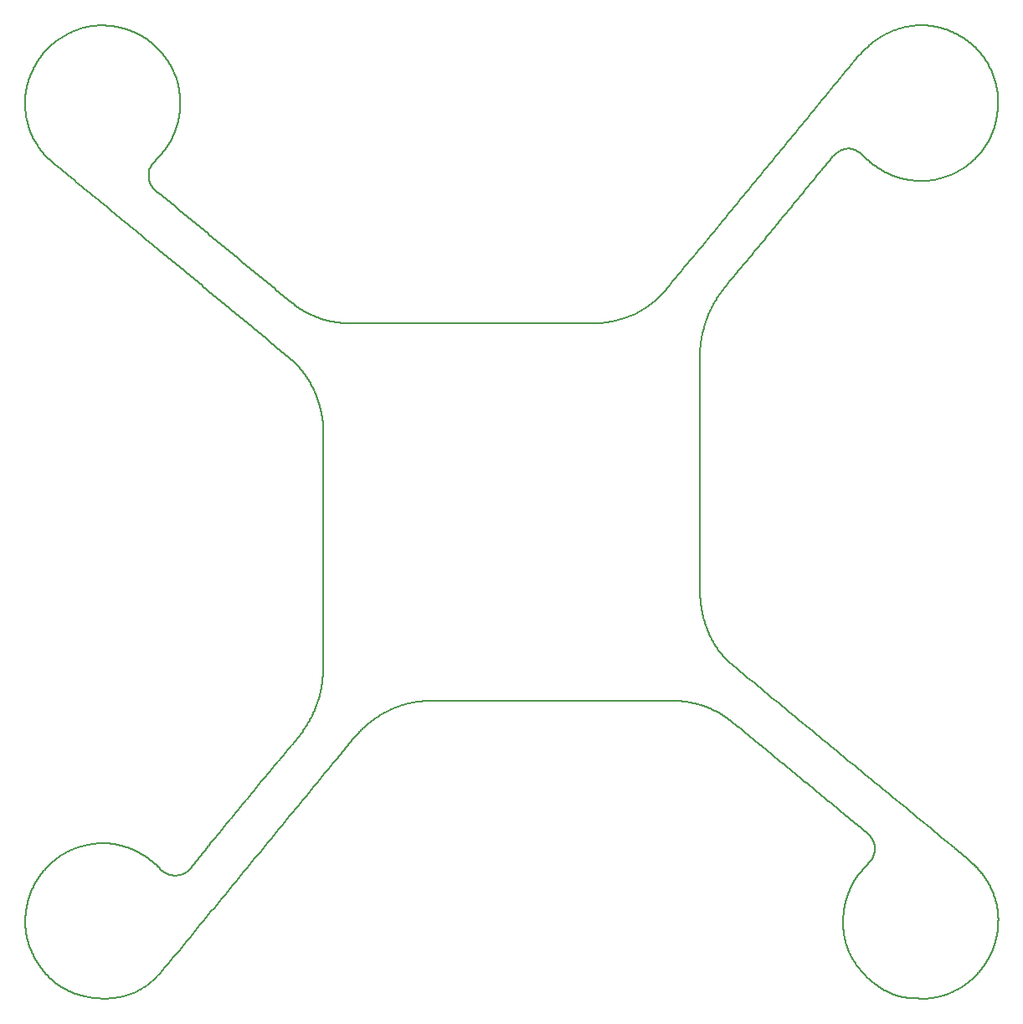
<source format=gko>
G04 DipTrace 3.2.0.1*
G04 Rev1.2.gko*
%MOIN*%
G04 #@! TF.FileFunction,Profile*
G04 #@! TF.Part,Single*
%ADD11C,0.005512*%
%FSLAX26Y26*%
G04*
G70*
G90*
G75*
G01*
G04 BoardOutline*
%LPD*%
X3966798Y393701D2*
D11*
X3968504Y393806D1*
X3970302Y393898D1*
X3971995Y394003D1*
X3973701Y394094D1*
X3975499Y394199D1*
X3977205Y394396D1*
X3978898Y394501D1*
X3980604Y394698D1*
X3982402Y394803D1*
X3984094Y395000D1*
X3985801Y395197D1*
X3987598Y395407D1*
X3989304Y395604D1*
X3990997Y395696D1*
X3992703Y395906D1*
X3994501Y396194D1*
X3996207Y396404D1*
X3997900Y396601D1*
X3999606Y396798D1*
X4001299Y397100D1*
X4003005Y397297D1*
X4004803Y397507D1*
X4006404Y397795D1*
X4008097Y398097D1*
X4009895Y398399D1*
X4011601Y398701D1*
X4013307Y398898D1*
X4015000Y399199D1*
X4016601Y399501D1*
X4018307Y399895D1*
X4020000Y400197D1*
X4021706Y400499D1*
X4023399Y400906D1*
X4025105Y401207D1*
X4026798Y401601D1*
X4028504Y401995D1*
X4030197Y402402D1*
X4031798Y402703D1*
X4033504Y403097D1*
X4035197Y403504D1*
X4036903Y404003D1*
X4038504Y404396D1*
X4040197Y404895D1*
X4041798Y405302D1*
X4043504Y405801D1*
X4045105Y406207D1*
X4046798Y406706D1*
X4048399Y407205D1*
X4050105Y407703D1*
X4051706Y408202D1*
X4053399Y408701D1*
X4055000Y409199D1*
X4056601Y409698D1*
X4058202Y410302D1*
X4059803Y410906D1*
X4061404Y411404D1*
X4063097Y411995D1*
X4064698Y412598D1*
X4066299Y413202D1*
X4067900Y413806D1*
X4069501Y414396D1*
X4071102Y415105D1*
X4072598Y415696D1*
X4074199Y416404D1*
X4077297Y417703D1*
X4080302Y419003D1*
X4083307Y420302D1*
X4086299Y421706D1*
X4089199Y423097D1*
X4092100Y424501D1*
X4095000Y425997D1*
X4098005Y427402D1*
X4100801Y428898D1*
X4103701Y430407D1*
X4106496Y431995D1*
X4109304Y433504D1*
X4112100Y435105D1*
X4114895Y436706D1*
X4117598Y438399D1*
X4120407Y440000D1*
X4123097Y441706D1*
X4125801Y443399D1*
X4128504Y445197D1*
X4131102Y446903D1*
X4133701Y448701D1*
X4136299Y450499D1*
X4138898Y452402D1*
X4141496Y454304D1*
X4144003Y456102D1*
X4146601Y458005D1*
X4149003Y460000D1*
X4151496Y461995D1*
X4154003Y463898D1*
X4156404Y465997D1*
X4158898Y468005D1*
X4161299Y470000D1*
X4163596Y472205D1*
X4165997Y474304D1*
X4168307Y476404D1*
X4170604Y478596D1*
X4172900Y480801D1*
X4175197Y483005D1*
X4177507Y485197D1*
X4179698Y487507D1*
X4181903Y489803D1*
X4184094Y492100D1*
X4186299Y494501D1*
X4188399Y496798D1*
X4190499Y499199D1*
X4192703Y501706D1*
X4194698Y504094D1*
X4196798Y506601D1*
X4198898Y509094D1*
X4200906Y511601D1*
X4202900Y514199D1*
X4204895Y516798D1*
X4206798Y519396D1*
X4208806Y521995D1*
X4210696Y524698D1*
X4212598Y527402D1*
X4214501Y530105D1*
X4216299Y532900D1*
X4218202Y535696D1*
X4220000Y538399D1*
X4221798Y541299D1*
X4223504Y544094D1*
X4225302Y546995D1*
X4226995Y549895D1*
X4228504Y552402D1*
X4229895Y554895D1*
X4231299Y557402D1*
X4232703Y559895D1*
X4234003Y562507D1*
X4235302Y564895D1*
X4236706Y567507D1*
X4237900Y570000D1*
X4239094Y572598D1*
X4240302Y575105D1*
X4241496Y577703D1*
X4242703Y580197D1*
X4243806Y582795D1*
X4244895Y585302D1*
X4245997Y587900D1*
X4246995Y590499D1*
X4248005Y593097D1*
X4249003Y595696D1*
X4250000Y598307D1*
X4250906Y600906D1*
X4251798Y603504D1*
X4252703Y606102D1*
X4253596Y608701D1*
X4254396Y611299D1*
X4255197Y614003D1*
X4255997Y616601D1*
X4256798Y619199D1*
X4257507Y621903D1*
X4258202Y624501D1*
X4258898Y627100D1*
X4259501Y629803D1*
X4260197Y632402D1*
X4260801Y635105D1*
X4261404Y637703D1*
X4261995Y640407D1*
X4262507Y643097D1*
X4263097Y645801D1*
X4263504Y648504D1*
X4264003Y651102D1*
X4264501Y653806D1*
X4264895Y656496D1*
X4265302Y659199D1*
X4265696Y661903D1*
X4266102Y664606D1*
X4266404Y667297D1*
X4266706Y670000D1*
X4266995Y672703D1*
X4267297Y675407D1*
X4267507Y678202D1*
X4267795Y680906D1*
X4268005Y683596D1*
X4268202Y686299D1*
X4268399Y689003D1*
X4268504Y691798D1*
X4268701Y694501D1*
X4268806Y697205D1*
Y700000D1*
X4268898Y702703D1*
Y705499D1*
X4269003Y708202D1*
Y710997D1*
Y713701D1*
X4268898Y716496D1*
Y719199D1*
X4268806Y721404D1*
Y723504D1*
X4268701Y725604D1*
X4268596Y727703D1*
X4268399Y729895D1*
X4268307Y731995D1*
X4268097Y734199D1*
X4267900Y736299D1*
X4267703Y738399D1*
X4267507Y740604D1*
X4267205Y742703D1*
X4266995Y744803D1*
X4266706Y746903D1*
X4266496Y749003D1*
X4266102Y751207D1*
X4265801Y753307D1*
X4265499Y755407D1*
X4265105Y757507D1*
X4264698Y759698D1*
X4264304Y761798D1*
X4263898Y763806D1*
X4263399Y765997D1*
X4263005Y768097D1*
X4262507Y770197D1*
X4262100Y772297D1*
X4261601Y774396D1*
X4260997Y776496D1*
X4260499Y778596D1*
X4260000Y780696D1*
X4259396Y782703D1*
X4258806Y784803D1*
X4258307Y786903D1*
X4257703Y789003D1*
X4256995Y791102D1*
X4256404Y793097D1*
X4255696Y795197D1*
X4255000Y797297D1*
X4254396Y799304D1*
X4253701Y801404D1*
X4253005Y803504D1*
X4252205Y805499D1*
X4251496Y807598D1*
X4250696Y809606D1*
X4249895Y811601D1*
X4249199Y813701D1*
X4248307Y815696D1*
X4247507Y817795D1*
X4246706Y819803D1*
X4245801Y821798D1*
X4245000Y823806D1*
X4244094Y825801D1*
X4243202Y827795D1*
X4242297Y829803D1*
X4241404Y831903D1*
X4240499Y833806D1*
X4239501Y835801D1*
X4238504Y837795D1*
X4237507Y839803D1*
X4236601Y841798D1*
X4235604Y843701D1*
X4234606Y845696D1*
X4233596Y847703D1*
X4232507Y849606D1*
X4231496Y851601D1*
X4229895Y854396D1*
X4228399Y857100D1*
X4226798Y859895D1*
X4225197Y862507D1*
X4223504Y865197D1*
X4221798Y867900D1*
X4220197Y870499D1*
X4218504Y873097D1*
X4216706Y875696D1*
X4214895Y878202D1*
X4213202Y880696D1*
X4211299Y883307D1*
X4209501Y885696D1*
X4207703Y888202D1*
X4205696Y890696D1*
X4203806Y893005D1*
X4201903Y895407D1*
X4199895Y897795D1*
X4198005Y900105D1*
X4195997Y902507D1*
X4194003Y904803D1*
X4191995Y907100D1*
X4189895Y909396D1*
X4187900Y911706D1*
X4185801Y913898D1*
X4183701Y916102D1*
X4181601Y918307D1*
X4179501Y920499D1*
X4177297Y922703D1*
X4175105Y924895D1*
X4173005Y926995D1*
X4170801Y929199D1*
X4168596Y931299D1*
X4166404Y933399D1*
X4164094Y935499D1*
X4161903Y937598D1*
X4159698Y939698D1*
X4157402Y941706D1*
X4155197Y943806D1*
X4152900Y945906D1*
X4150499Y947900D1*
X4148202Y949895D1*
X4145906Y951903D1*
X4143596Y954003D1*
X4141299Y955997D1*
X4139003Y958005D1*
X4136601Y960000D1*
X4134304Y961995D1*
X4131995Y963898D1*
X4129606Y965906D1*
X4127205Y967900D1*
X4124895Y969803D1*
X4122507Y971798D1*
X4120197Y973701D1*
X4117795Y975696D1*
X4115407Y977598D1*
X4113005Y979606D1*
X4110696Y981496D1*
X4108307Y983504D1*
X4105906Y985499D1*
X4103504Y987402D1*
X4101207Y989396D1*
X4098806Y991299D1*
X4096404Y993307D1*
X4082598Y1004606D1*
X4068806Y1015997D1*
X4055000Y1027402D1*
X4041207Y1038701D1*
X4027402Y1050105D1*
X4013596Y1061496D1*
X3999803Y1072900D1*
X3985997Y1084199D1*
X3972205Y1095604D1*
X3958399Y1106903D1*
X3944606Y1118307D1*
X3930801Y1129698D1*
X3916995Y1140997D1*
X3903202Y1152402D1*
X3889396Y1163806D1*
X3875604Y1175105D1*
X3861706Y1186496D1*
X3848005Y1197795D1*
X3834094Y1209199D1*
X3820302Y1220499D1*
X3806496Y1231903D1*
X3792703Y1243202D1*
X3778898Y1254606D1*
X3765105Y1265997D1*
X3751299Y1277297D1*
X3737507Y1288701D1*
X3723596Y1300000D1*
X3709803Y1311404D1*
X3696102Y1322795D1*
X3682205Y1334094D1*
X3668399Y1345499D1*
X3654606Y1356798D1*
X3640801Y1368202D1*
X3626995Y1379501D1*
X3613202Y1390906D1*
X3599396Y1402205D1*
X3585604Y1413596D1*
X3571706Y1425000D1*
X3558005Y1436404D1*
X3544199Y1447703D1*
X3530302Y1459094D1*
X3516496Y1470407D1*
X3502703Y1481798D1*
X3488898Y1493097D1*
X3475105Y1504501D1*
X3461299Y1515906D1*
X3447507Y1527297D1*
X3433701Y1538596D1*
X3419895Y1550000D1*
X3406102Y1561404D1*
X3392297Y1572795D1*
X3378504Y1584094D1*
X3364803Y1595499D1*
X3350906Y1606903D1*
X3337205Y1618307D1*
X3323307Y1629606D1*
X3309606Y1640997D1*
X3295801Y1652402D1*
X3281995Y1663806D1*
X3268202Y1675197D1*
X3254396Y1686496D1*
X3240696Y1698005D1*
X3226903Y1709304D1*
X3213097Y1720801D1*
X3209304Y1723898D1*
X3205696Y1727100D1*
X3201995Y1730302D1*
X3198504Y1733504D1*
X3194895Y1736798D1*
X3191496Y1740105D1*
X3188097Y1743399D1*
X3184803Y1746798D1*
X3181496Y1750197D1*
X3178399Y1753701D1*
X3175197Y1757100D1*
X3172100Y1760604D1*
X3169003Y1764094D1*
X3166102Y1767703D1*
X3163202Y1771299D1*
X3160302Y1774895D1*
X3157507Y1778596D1*
X3154698Y1782205D1*
X3151995Y1785997D1*
X3149396Y1789698D1*
X3146798Y1793504D1*
X3144304Y1797297D1*
X3141798Y1801102D1*
X3139396Y1804895D1*
X3136995Y1808806D1*
X3134698Y1812703D1*
X3132402Y1816706D1*
X3130197Y1820604D1*
X3128097Y1824606D1*
X3125906Y1828701D1*
X3123898Y1832703D1*
X3121903Y1836798D1*
X3119895Y1840906D1*
X3118097Y1845000D1*
X3116207Y1849199D1*
X3114396Y1853399D1*
X3112598Y1857598D1*
X3110997Y1861798D1*
X3109304Y1866102D1*
X3107703Y1870407D1*
X3106194Y1874606D1*
X3104698Y1879003D1*
X3103202Y1883307D1*
X3101798Y1887703D1*
X3100407Y1892100D1*
X3099094Y1896496D1*
X3097795Y1900997D1*
X3096601Y1905499D1*
X3095407Y1909895D1*
X3094304Y1914501D1*
X3093202Y1919003D1*
X3092205Y1923596D1*
X3091207Y1928202D1*
X3090302Y1932703D1*
X3089396Y1937402D1*
X3088504Y1941995D1*
X3087703Y1946706D1*
X3086903Y1951404D1*
X3086194Y1956102D1*
X3085499Y1960801D1*
X3084895Y1965604D1*
X3084304Y1970302D1*
X3083701Y1975105D1*
X3083202Y1979895D1*
X3083097Y1980604D1*
X3083005Y1981903D1*
X3082795Y1983202D1*
X3082703Y1985105D1*
X3082598Y1986404D1*
X3082402Y1987703D1*
X3082205Y1989698D1*
X3082100Y1991601D1*
X3081995Y1993596D1*
X3081798Y1994895D1*
X3081706Y1996798D1*
X3081601Y1998097D1*
X3081496Y2000000D1*
X3081404Y2001404D1*
X3081299Y2003307D1*
X3081207Y2005302D1*
X3081102Y2007205D1*
X3080997Y2009199D1*
X3080906Y2011102D1*
Y2013097D1*
X3080801Y2015000D1*
Y2016995D1*
Y2018898D1*
X3080696Y2020906D1*
Y2035906D1*
Y2050105D1*
Y2064501D1*
Y2078806D1*
Y2093097D1*
Y2107402D1*
Y2121706D1*
Y2135997D1*
Y2150302D1*
X3080801Y2164606D1*
Y2178898D1*
Y2193202D1*
Y2207507D1*
Y2221798D1*
Y2236102D1*
Y2250407D1*
Y2264698D1*
Y2279003D1*
Y2293307D1*
X3080906Y2307703D1*
Y2321903D1*
Y2336194D1*
Y2350604D1*
Y2364895D1*
Y2379199D1*
Y2393504D1*
Y2407795D1*
Y2422100D1*
Y2436404D1*
X3080997Y2450696D1*
Y2465000D1*
Y2479304D1*
Y2493596D1*
Y2507900D1*
Y2522205D1*
Y2536496D1*
Y2550801D1*
Y2565105D1*
Y2579501D1*
Y2593701D1*
Y2608005D1*
Y2622402D1*
X3080906Y2636706D1*
Y2650906D1*
Y2665302D1*
Y2679606D1*
Y2693898D1*
Y2708202D1*
X3080801Y2722507D1*
Y2736798D1*
Y2751102D1*
X3080696Y2765407D1*
Y2779698D1*
Y2794003D1*
X3080604Y2808307D1*
Y2822598D1*
X3080499Y2836903D1*
Y2851207D1*
Y2865499D1*
X3080407Y2879803D1*
Y2894199D1*
X3080302Y2908504D1*
X3080197Y2922703D1*
Y2937100D1*
Y2942507D1*
Y2948005D1*
X3080302Y2953399D1*
X3080499Y2958806D1*
X3080696Y2964199D1*
X3080997Y2969606D1*
X3081299Y2974895D1*
X3081706Y2980197D1*
X3082100Y2985499D1*
X3082703Y2990801D1*
X3083202Y2995997D1*
X3083806Y3001207D1*
X3084501Y3006404D1*
X3085197Y3011601D1*
X3085997Y3016706D1*
X3086798Y3021798D1*
X3087703Y3026903D1*
X3088701Y3031995D1*
X3089698Y3036995D1*
X3090696Y3042100D1*
X3091903Y3047100D1*
X3093005Y3051995D1*
X3094304Y3056995D1*
X3095604Y3061995D1*
X3096903Y3066903D1*
X3098307Y3071798D1*
X3099803Y3076706D1*
X3101299Y3081496D1*
X3102795Y3086404D1*
X3104501Y3091102D1*
X3106102Y3095906D1*
X3107900Y3100696D1*
X3109606Y3105499D1*
X3111496Y3110197D1*
X3113399Y3114895D1*
X3115302Y3119606D1*
X3117297Y3124304D1*
X3119396Y3128898D1*
X3121496Y3133596D1*
X3123701Y3138202D1*
X3125906Y3142795D1*
X3128307Y3147402D1*
X3130604Y3151903D1*
X3133005Y3156404D1*
X3135407Y3160997D1*
X3138005Y3165499D1*
X3140499Y3170000D1*
X3143202Y3174396D1*
X3145801Y3178806D1*
X3148596Y3183307D1*
X3151404Y3187703D1*
X3154199Y3192100D1*
X3157100Y3196496D1*
X3160105Y3200801D1*
X3163097Y3205197D1*
X3166194Y3209501D1*
X3169304Y3213806D1*
X3172507Y3218097D1*
X3175696Y3222402D1*
X3179003Y3226601D1*
X3182297Y3230906D1*
X3185801Y3235105D1*
X3189199Y3239304D1*
X3192703Y3243504D1*
X3198701Y3250407D1*
X3204501Y3257402D1*
X3210407Y3264396D1*
X3216299Y3271299D1*
X3222205Y3278307D1*
X3228097Y3285302D1*
X3234003Y3292297D1*
X3239803Y3299304D1*
X3245696Y3306299D1*
X3251496Y3313307D1*
X3257402Y3320302D1*
X3263202Y3327297D1*
X3269094Y3334304D1*
X3274895Y3341299D1*
X3280801Y3348307D1*
X3286601Y3355302D1*
X3292507Y3362402D1*
X3298307Y3369396D1*
X3304094Y3376404D1*
X3310000Y3383399D1*
X3315801Y3390407D1*
X3321601Y3397507D1*
X3327402Y3404501D1*
X3333307Y3411496D1*
X3339094Y3418596D1*
X3344895Y3425604D1*
X3350696Y3432598D1*
X3356496Y3439698D1*
X3362297Y3446706D1*
X3368097Y3453806D1*
X3373898Y3460801D1*
X3379698Y3467900D1*
X3385499Y3474895D1*
X3391404Y3481903D1*
X3397100Y3489003D1*
X3403005Y3495997D1*
X3408701Y3503097D1*
X3414501Y3510197D1*
X3420407Y3517205D1*
X3426102Y3524304D1*
X3431903Y3531299D1*
X3437703Y3538399D1*
X3443504Y3545407D1*
X3449304Y3552507D1*
X3455105Y3559501D1*
X3460906Y3566601D1*
X3466706Y3573596D1*
X3472507Y3580696D1*
X3478307Y3587703D1*
X3484094Y3594803D1*
X3489895Y3601798D1*
X3495696Y3608898D1*
X3501496Y3615906D1*
X3507297Y3623005D1*
X3513097Y3630105D1*
X3518898Y3637100D1*
X3524698Y3644094D1*
X3530499Y3651207D1*
X3536299Y3658202D1*
X3542100Y3665302D1*
X3547900Y3672297D1*
X3553701Y3679396D1*
X3559501Y3686404D1*
X3565302Y3693399D1*
X3565997Y3694304D1*
X3567402Y3695997D1*
X3568806Y3697703D1*
X3570105Y3699396D1*
X3571496Y3701102D1*
X3572900Y3702703D1*
X3574304Y3704396D1*
X3575604Y3706102D1*
X3576995Y3707795D1*
X3578399Y3709501D1*
X3579698Y3711207D1*
X3581102Y3712900D1*
X3582507Y3714606D1*
X3583898Y3716194D1*
X3585197Y3717900D1*
X3586601Y3719606D1*
X3588005Y3721299D1*
X3589304Y3723005D1*
X3590696Y3724698D1*
X3591995Y3726404D1*
X3593504Y3728097D1*
X3594803Y3729698D1*
X3596207Y3731404D1*
X3597598Y3733097D1*
X3599003Y3734803D1*
X3600407Y3736496D1*
X3601706Y3738097D1*
X3603097Y3739803D1*
X3604501Y3741496D1*
X3605997Y3743097D1*
X3607402Y3744803D1*
X3608806Y3746404D1*
X3610997Y3749003D1*
X3612598Y3750696D1*
X3614199Y3752402D1*
X3615801Y3754003D1*
X3617402Y3755604D1*
X3619094Y3757100D1*
X3620801Y3758596D1*
X3622402Y3760000D1*
X3624094Y3761404D1*
X3625801Y3762795D1*
X3627598Y3764003D1*
X3629304Y3765302D1*
X3631102Y3766404D1*
X3632795Y3767598D1*
X3634606Y3768596D1*
X3636404Y3769698D1*
X3638202Y3770696D1*
X3640105Y3771601D1*
X3641903Y3772507D1*
X3643701Y3773307D1*
X3645604Y3774094D1*
X3647507Y3774803D1*
X3649304Y3775499D1*
X3651207Y3776102D1*
X3653097Y3776601D1*
X3655000Y3777100D1*
X3656903Y3777598D1*
X3658806Y3778005D1*
X3660696Y3778307D1*
X3662598Y3778596D1*
X3664501Y3778806D1*
X3666404Y3779003D1*
X3668399Y3779199D1*
X3670302D1*
X3672297Y3779304D1*
X3674199Y3779199D1*
X3676102Y3779094D1*
X3678097Y3779003D1*
X3680000Y3778806D1*
X3681995Y3778504D1*
X3683898Y3778202D1*
X3685801Y3777795D1*
X3687703Y3777402D1*
X3689698Y3776903D1*
X3691601Y3776404D1*
X3693504Y3775696D1*
X3695407Y3775000D1*
X3697297Y3774304D1*
X3699304Y3773504D1*
X3701102Y3772703D1*
X3703005Y3771798D1*
X3704895Y3770906D1*
X3706798Y3769803D1*
X3708701Y3768701D1*
X3710499Y3767598D1*
X3712402Y3766404D1*
X3714199Y3765105D1*
X3715997Y3763806D1*
X3717900Y3762402D1*
X3719698Y3760906D1*
X3721496Y3759396D1*
X3723307Y3757900D1*
X3725000Y3756194D1*
X3726798Y3754501D1*
X3728701Y3752598D1*
X3730696Y3750696D1*
X3732703Y3748806D1*
X3734606Y3746903D1*
X3736601Y3745105D1*
X3738596Y3743202D1*
X3740604Y3741404D1*
X3742598Y3739606D1*
X3744606Y3737703D1*
X3746601Y3735906D1*
X3748701Y3734199D1*
X3750696Y3732402D1*
X3752703Y3730604D1*
X3754803Y3728898D1*
X3756798Y3727100D1*
X3758898Y3725407D1*
X3760997Y3723701D1*
X3763097Y3721995D1*
X3765105Y3720407D1*
X3767297Y3718701D1*
X3769396Y3717100D1*
X3771496Y3715407D1*
X3773701Y3713806D1*
X3775801Y3712205D1*
X3777900Y3710696D1*
X3780105Y3709094D1*
X3782297Y3707507D1*
X3784501Y3705997D1*
X3786706Y3704501D1*
X3788898Y3703005D1*
X3791102Y3701601D1*
X3793307Y3700105D1*
X3795604Y3698701D1*
X3797795Y3697297D1*
X3800105Y3695801D1*
X3802297Y3694501D1*
X3804606Y3693097D1*
X3806903Y3691798D1*
X3809199Y3690407D1*
X3811496Y3689094D1*
X3813898Y3687900D1*
X3816207Y3686601D1*
X3818596Y3685302D1*
X3820997Y3684094D1*
X3823307Y3682900D1*
X3825696Y3681706D1*
X3828202Y3680499D1*
X3830604Y3679396D1*
X3833005Y3678307D1*
X3835499Y3677100D1*
X3838005Y3676102D1*
X3840407Y3675000D1*
X3842900Y3673898D1*
X3845407Y3673005D1*
X3848005Y3671995D1*
X3850499Y3670997D1*
X3853005Y3670000D1*
X3855604Y3669094D1*
X3858202Y3668202D1*
X3860696Y3667297D1*
X3863399Y3666404D1*
X3865997Y3665604D1*
X3868596Y3664803D1*
X3871299Y3664003D1*
X3874698Y3663005D1*
X3878097Y3662100D1*
X3881496Y3661207D1*
X3884895Y3660302D1*
X3888307Y3659501D1*
X3891706Y3658701D1*
X3895105Y3657900D1*
X3898504Y3657205D1*
X3901903Y3656496D1*
X3905302Y3655801D1*
X3908596Y3655197D1*
X3911995Y3654698D1*
X3915407Y3654199D1*
X3918806Y3653596D1*
X3922205Y3653202D1*
X3925604Y3652703D1*
X3928898Y3652402D1*
X3932297Y3651995D1*
X3935696Y3651706D1*
X3939003Y3651404D1*
X3942402Y3651207D1*
X3945801Y3650997D1*
X3949094Y3650801D1*
X3952507Y3650696D1*
X3955801Y3650604D1*
X3959199Y3650499D1*
X3962507D1*
X3965906Y3650604D1*
X3969199D1*
X3972598Y3650696D1*
X3975906Y3650906D1*
X3979199Y3651102D1*
X3982598Y3651207D1*
X3985906Y3651496D1*
X3989199Y3651798D1*
X3992507Y3652100D1*
X3995906Y3652507D1*
X3999199Y3652900D1*
X4002507Y3653399D1*
X4005801Y3653806D1*
X4009094Y3654304D1*
X4012402Y3654895D1*
X4015696Y3655499D1*
X4019003Y3656102D1*
X4022297Y3656798D1*
X4025604Y3657507D1*
X4028898Y3658202D1*
X4032205Y3659003D1*
X4035407Y3659895D1*
X4038701Y3660696D1*
X4041995Y3661601D1*
X4045197Y3662598D1*
X4048504Y3663596D1*
X4051798Y3664606D1*
X4055000Y3665604D1*
X4058202Y3666798D1*
X4061496Y3667900D1*
X4064698Y3669094D1*
X4067900Y3670302D1*
X4071207Y3671496D1*
X4074396Y3672795D1*
X4077598Y3674094D1*
X4080801Y3675499D1*
X4084003Y3676903D1*
X4087507Y3678504D1*
X4090997Y3680105D1*
X4094501Y3681706D1*
X4097900Y3683399D1*
X4101207Y3685197D1*
X4104606Y3686903D1*
X4108005Y3688701D1*
X4111299Y3690499D1*
X4114501Y3692297D1*
X4117703Y3694199D1*
X4120997Y3696102D1*
X4124094Y3698097D1*
X4127297Y3700000D1*
X4130407Y3702100D1*
X4133504Y3704094D1*
X4136496Y3706102D1*
X4139606Y3708307D1*
X4142598Y3710407D1*
X4145499Y3712507D1*
X4148504Y3714698D1*
X4151299Y3716995D1*
X4154304Y3719304D1*
X4157100Y3721601D1*
X4159895Y3723898D1*
X4162703Y3726207D1*
X4165407Y3728596D1*
X4168097Y3730997D1*
X4170801Y3733504D1*
X4173399Y3735997D1*
X4176102Y3738504D1*
X4178701Y3741102D1*
X4181207Y3743596D1*
X4183701Y3746207D1*
X4186194Y3748898D1*
X4188701Y3751601D1*
X4191102Y3754304D1*
X4193504Y3756995D1*
X4195906Y3759803D1*
X4198202Y3762598D1*
X4200499Y3765499D1*
X4202795Y3768307D1*
X4205000Y3771207D1*
X4207205Y3774094D1*
X4209304Y3777100D1*
X4211496Y3780105D1*
X4213596Y3783097D1*
X4215604Y3786207D1*
X4217703Y3789304D1*
X4219606Y3792402D1*
X4221601Y3795499D1*
X4223504Y3798701D1*
X4225499Y3801903D1*
X4227297Y3805197D1*
X4229094Y3808504D1*
X4230906Y3811706D1*
X4232703Y3815105D1*
X4234396Y3818504D1*
X4236102Y3821903D1*
X4237703Y3825302D1*
X4239396Y3828806D1*
X4240906Y3832297D1*
X4242507Y3835801D1*
X4244003Y3839304D1*
X4245499Y3843005D1*
X4246102Y3844304D1*
X4246601Y3845604D1*
X4247100Y3846995D1*
X4247598Y3848307D1*
X4248097Y3849698D1*
X4248596Y3850997D1*
X4249094Y3852402D1*
X4249606Y3853806D1*
X4250000Y3855105D1*
X4250499Y3856496D1*
X4250997Y3857900D1*
X4251404Y3859199D1*
X4251903Y3860604D1*
X4252297Y3861995D1*
X4252703Y3863399D1*
X4253097Y3864698D1*
X4253596Y3866102D1*
X4253898Y3867507D1*
X4254396Y3868898D1*
X4254698Y3870302D1*
X4255105Y3871706D1*
X4255499Y3873005D1*
X4255906Y3874396D1*
X4256299Y3875906D1*
X4256601Y3877205D1*
X4256995Y3878596D1*
X4257297Y3880000D1*
X4257598Y3881404D1*
X4257900Y3882900D1*
X4258307Y3884304D1*
X4258596Y3885696D1*
X4258898Y3887100D1*
X4259304Y3888504D1*
X4259501Y3889895D1*
X4259803Y3891299D1*
X4260197Y3892703D1*
X4260407Y3894199D1*
X4260696Y3895604D1*
X4260997Y3896995D1*
X4261299Y3898504D1*
X4261496Y3899895D1*
X4261798Y3901299D1*
X4262100Y3902703D1*
X4262297Y3904199D1*
X4262507Y3905604D1*
X4262795Y3907100D1*
X4263097Y3908504D1*
X4263307Y3909895D1*
X4263504Y3911404D1*
X4263806Y3912795D1*
X4264003Y3914304D1*
X4264199Y3915696D1*
X4264396Y3917205D1*
X4264698Y3918596D1*
X4264895Y3920000D1*
X4265105Y3921496D1*
X4265302Y3923005D1*
X4265499Y3924396D1*
X4265696Y3925906D1*
X4265906Y3927297D1*
X4266102Y3928806D1*
X4266299Y3930302D1*
X4266496Y3931706D1*
X4266706Y3933202D1*
X4266995Y3935407D1*
X4267205Y3937598D1*
X4267507Y3939803D1*
X4267703Y3941995D1*
X4267900Y3944199D1*
X4268097Y3946404D1*
X4268202Y3948596D1*
X4268399Y3950801D1*
X4268504Y3953005D1*
X4268596Y3955105D1*
X4268701Y3957297D1*
X4268806Y3959501D1*
Y3961706D1*
Y3963806D1*
Y3965997D1*
Y3968202D1*
Y3970302D1*
X4268701Y3972402D1*
Y3974606D1*
X4268596Y3976706D1*
X4268504Y3978898D1*
X4268307Y3980997D1*
X4268202Y3983202D1*
X4268005Y3985302D1*
X4267900Y3987402D1*
X4267703Y3989501D1*
X4267507Y3991601D1*
X4267297Y3993701D1*
X4267100Y3995801D1*
X4266798Y3998005D1*
X4266496Y4000105D1*
X4266299Y4002205D1*
X4265906Y4004304D1*
X4265696Y4006404D1*
X4265302Y4008399D1*
X4264895Y4010604D1*
X4264606Y4012598D1*
X4264199Y4014698D1*
X4263806Y4016798D1*
X4263399Y4018898D1*
X4263005Y4020906D1*
X4262598Y4023005D1*
X4262100Y4025105D1*
X4261706Y4027100D1*
X4261207Y4029199D1*
X4260696Y4031207D1*
X4260197Y4033307D1*
X4259698Y4035302D1*
X4259199Y4037402D1*
X4258596Y4039396D1*
X4258097Y4041496D1*
X4257507Y4043504D1*
X4256995Y4045499D1*
X4256404Y4047507D1*
X4255801Y4049606D1*
X4255197Y4051601D1*
X4254606Y4053596D1*
X4253898Y4055604D1*
X4253307Y4057703D1*
X4252598Y4059698D1*
X4251903Y4061706D1*
X4251299Y4063701D1*
X4250604Y4065696D1*
X4249895Y4067703D1*
X4248701Y4070906D1*
X4247507Y4074094D1*
X4246299Y4077297D1*
X4245000Y4080499D1*
X4243701Y4083701D1*
X4242402Y4086798D1*
X4241102Y4089895D1*
X4239698Y4093005D1*
X4238307Y4096102D1*
X4236798Y4099199D1*
X4235302Y4102205D1*
X4233806Y4105197D1*
X4232205Y4108202D1*
X4230696Y4111102D1*
X4229003Y4114094D1*
X4227402Y4116995D1*
X4225696Y4119895D1*
X4224094Y4122703D1*
X4222297Y4125604D1*
X4220499Y4128399D1*
X4218701Y4131299D1*
X4216995Y4134003D1*
X4215105Y4136798D1*
X4213202Y4139501D1*
X4211299Y4142297D1*
X4209304Y4144895D1*
X4207402Y4147598D1*
X4205407Y4150197D1*
X4203399Y4152900D1*
X4201299Y4155499D1*
X4199199Y4158005D1*
X4197100Y4160604D1*
X4195000Y4163097D1*
X4192795Y4165604D1*
X4190604Y4168097D1*
X4188399Y4170499D1*
X4186102Y4172900D1*
X4183898Y4175302D1*
X4181601Y4177703D1*
X4179199Y4180000D1*
X4176903Y4182297D1*
X4174501Y4184606D1*
X4172100Y4186903D1*
X4169606Y4189199D1*
X4167100Y4191404D1*
X4164606Y4193596D1*
X4162100Y4195696D1*
X4159606Y4197900D1*
X4156995Y4200000D1*
X4154396Y4201995D1*
X4151798Y4204094D1*
X4149094Y4206102D1*
X4146496Y4208097D1*
X4143806Y4210105D1*
X4141102Y4211995D1*
X4138307Y4214003D1*
X4135499Y4215906D1*
X4132703Y4217703D1*
X4129895Y4219606D1*
X4126995Y4221404D1*
X4124199Y4223097D1*
X4121299Y4224895D1*
X4118399Y4226601D1*
X4115407Y4228307D1*
X4112598Y4229895D1*
X4109803Y4231496D1*
X4106995Y4233005D1*
X4104094Y4234501D1*
X4101207Y4235906D1*
X4098399Y4237402D1*
X4095499Y4238806D1*
X4092598Y4240197D1*
X4089803Y4241496D1*
X4086903Y4242795D1*
X4083898Y4244094D1*
X4080997Y4245407D1*
X4078097Y4246601D1*
X4075197Y4247900D1*
X4072205Y4249003D1*
X4069199Y4250197D1*
X4066299Y4251299D1*
X4063307Y4252402D1*
X4060302Y4253399D1*
X4057297Y4254396D1*
X4054304Y4255407D1*
X4051299Y4256404D1*
X4048307Y4257297D1*
X4045302Y4258202D1*
X4042205Y4259094D1*
X4039199Y4259895D1*
X4036102Y4260696D1*
X4033005Y4261496D1*
X4030000Y4262205D1*
X4026903Y4262900D1*
X4023806Y4263596D1*
X4020696Y4264199D1*
X4017598Y4264803D1*
X4014501Y4265407D1*
X4011404Y4265997D1*
X4008202Y4266496D1*
X4005105Y4266903D1*
X4001995Y4267402D1*
X3998806Y4267795D1*
X3995696Y4268202D1*
X3992507Y4268504D1*
X3989304Y4268806D1*
X3986102Y4269094D1*
X3982900Y4269304D1*
X3979803Y4269501D1*
X3976601Y4269698D1*
X3973399Y4269803D1*
X3970105Y4269895D1*
X3966903Y4270000D1*
X3963701D1*
X3960407D1*
X3957205D1*
X3953898Y4269895D1*
X3950696Y4269698D1*
X3947402Y4269606D1*
X3944199Y4269396D1*
X3940906Y4269199D1*
X3937598Y4268898D1*
X3934304Y4268596D1*
X3930997Y4268307D1*
X3927703Y4267900D1*
X3924396Y4267507D1*
X3921102Y4266995D1*
X3917795Y4266601D1*
X3913399Y4265906D1*
X3909094Y4265105D1*
X3904803Y4264304D1*
X3900604Y4263504D1*
X3896299Y4262598D1*
X3892100Y4261601D1*
X3888005Y4260604D1*
X3883898Y4259501D1*
X3879803Y4258399D1*
X3875696Y4257297D1*
X3871706Y4255997D1*
X3867703Y4254803D1*
X3863806Y4253504D1*
X3859895Y4252100D1*
X3855997Y4250696D1*
X3852100Y4249199D1*
X3848307Y4247703D1*
X3844501Y4246102D1*
X3840696Y4244501D1*
X3836995Y4242900D1*
X3833307Y4241207D1*
X3829606Y4239396D1*
X3825997Y4237703D1*
X3822297Y4235801D1*
X3818701Y4233898D1*
X3815197Y4231995D1*
X3811601Y4230000D1*
X3808202Y4228005D1*
X3804698Y4225997D1*
X3801207Y4223898D1*
X3797795Y4221706D1*
X3794396Y4219501D1*
X3790997Y4217297D1*
X3787703Y4215105D1*
X3784304Y4212795D1*
X3780997Y4210407D1*
X3777703Y4208005D1*
X3774501Y4205604D1*
X3771299Y4203097D1*
X3768097Y4200604D1*
X3764895Y4198005D1*
X3761706Y4195499D1*
X3758596Y4192795D1*
X3755499Y4190105D1*
X3752402Y4187507D1*
X3749304Y4184698D1*
X3746299Y4181903D1*
X3743202Y4179094D1*
X3740197Y4176299D1*
X3737205Y4173399D1*
X3734199Y4170499D1*
X3731299Y4167507D1*
X3728307Y4164501D1*
X3725407Y4161496D1*
X3722507Y4158504D1*
X3719606Y4155407D1*
X3716706Y4152297D1*
X3713898Y4149094D1*
X3711102Y4145906D1*
X3708202Y4142703D1*
X3705499Y4139396D1*
X3702598Y4136207D1*
X3699895Y4132900D1*
X3697100Y4129501D1*
X3685499Y4115302D1*
X3673806Y4101102D1*
X3662100Y4086798D1*
X3650499Y4072598D1*
X3638806Y4058399D1*
X3627100Y4044199D1*
X3615499Y4030000D1*
X3603806Y4015801D1*
X3592100Y4001496D1*
X3580407Y3987297D1*
X3568701Y3973097D1*
X3557100Y3958898D1*
X3545407Y3944698D1*
X3533701Y3930499D1*
X3521995Y3916299D1*
X3510302Y3902100D1*
X3498596Y3887900D1*
X3486995Y3873701D1*
X3475302Y3859501D1*
X3463504Y3845302D1*
X3451798Y3831102D1*
X3440105Y3816903D1*
X3428504Y3802703D1*
X3416798Y3788504D1*
X3405105Y3774304D1*
X3393399Y3760105D1*
X3381706Y3745906D1*
X3370000Y3731798D1*
X3358307Y3717598D1*
X3346601Y3703399D1*
X3334895Y3689199D1*
X3323202Y3675000D1*
X3311496Y3660801D1*
X3299803Y3646601D1*
X3288097Y3632402D1*
X3276299Y3618202D1*
X3264606Y3604094D1*
X3252900Y3589895D1*
X3241207Y3575696D1*
X3229501Y3561496D1*
X3217795Y3547297D1*
X3206102Y3533097D1*
X3194304Y3518898D1*
X3182598Y3504698D1*
X3170906Y3490604D1*
X3159199Y3476404D1*
X3147507Y3462205D1*
X3135801Y3448005D1*
X3124094Y3433806D1*
X3112402Y3419606D1*
X3100696Y3405407D1*
X3089003Y3391299D1*
X3077297Y3377100D1*
X3065604Y3362900D1*
X3053806Y3348701D1*
X3042100Y3334501D1*
X3030407Y3320302D1*
X3018701Y3306194D1*
X3006995Y3291995D1*
X2995302Y3277795D1*
X2983596Y3263596D1*
X2971903Y3249396D1*
X2960197Y3235197D1*
X2948504Y3220997D1*
X2945801Y3217795D1*
X2943097Y3214606D1*
X2940302Y3211496D1*
X2937598Y3208399D1*
X2934803Y3205302D1*
X2931995Y3202297D1*
X2929199Y3199199D1*
X2926299Y3196299D1*
X2923399Y3193399D1*
X2920499Y3190499D1*
X2917598Y3187703D1*
X2914606Y3184895D1*
X2911706Y3182100D1*
X2908701Y3179396D1*
X2905696Y3176706D1*
X2902703Y3174094D1*
X2899606Y3171496D1*
X2896496Y3168898D1*
X2893399Y3166299D1*
X2890302Y3163898D1*
X2887100Y3161404D1*
X2883898Y3159003D1*
X2880696Y3156601D1*
X2877598Y3154304D1*
X2874304Y3151995D1*
X2870997Y3149698D1*
X2867795Y3147507D1*
X2864396Y3145302D1*
X2861102Y3143097D1*
X2857795Y3140997D1*
X2854396Y3138898D1*
X2850997Y3136903D1*
X2847598Y3134895D1*
X2844094Y3132900D1*
X2840696Y3130997D1*
X2837205Y3129094D1*
X2833701Y3127297D1*
X2830105Y3125499D1*
X2826601Y3123701D1*
X2823005Y3121995D1*
X2819396Y3120197D1*
X2815801Y3118596D1*
X2812100Y3116903D1*
X2808504Y3115302D1*
X2804803Y3113806D1*
X2801102Y3112297D1*
X2797402Y3110801D1*
X2793596Y3109396D1*
X2789803Y3108005D1*
X2785997Y3106601D1*
X2782205Y3105302D1*
X2778399Y3104003D1*
X2774501Y3102703D1*
X2770604Y3101496D1*
X2766706Y3100302D1*
X2762795Y3099199D1*
X2758806Y3098097D1*
X2754895Y3096995D1*
X2750906Y3095906D1*
X2746798Y3095000D1*
X2742900Y3094003D1*
X2738806Y3093097D1*
X2734698Y3092205D1*
X2730604Y3091299D1*
X2729606Y3091102D1*
X2727795Y3090696D1*
X2725906Y3090302D1*
X2724003Y3090000D1*
X2722100Y3089606D1*
X2720197Y3089304D1*
X2718307Y3088898D1*
X2716404Y3088596D1*
X2714501Y3088202D1*
X2712598Y3087900D1*
X2710696Y3087598D1*
X2708806Y3087205D1*
X2706903Y3086995D1*
X2705000Y3086601D1*
X2703097Y3086404D1*
X2701207Y3086102D1*
X2699304Y3085801D1*
X2697402Y3085604D1*
X2695499Y3085407D1*
X2693596Y3085105D1*
X2691706Y3084895D1*
X2689698Y3084803D1*
X2687795Y3084606D1*
X2685906Y3084396D1*
X2684003Y3084199D1*
X2681995Y3084094D1*
X2680105Y3084003D1*
X2678202Y3083898D1*
X2676299Y3083806D1*
X2674304D1*
X2672402Y3083701D1*
X2670407D1*
X2654003D1*
X2638596Y3083806D1*
X2623097D1*
X2607703D1*
X2592297D1*
X2576903D1*
X2561496D1*
X2546102D1*
X2530696D1*
X2515302D1*
X2499895Y3083898D1*
X2484396D1*
X2469003D1*
X2453596D1*
X2438202D1*
X2422795D1*
X2407402D1*
X2391903D1*
X2376496D1*
X2361102D1*
X2345696D1*
X2330302D1*
X2314895D1*
X2299501D1*
X2284003D1*
X2268596D1*
X2253202D1*
X2237795D1*
X2222402D1*
X2206995D1*
X2191496D1*
X2176102D1*
X2160696D1*
X2145302D1*
X2129895D1*
X2114501D1*
X2099094D1*
X2083701D1*
X2068307D1*
X2052795D1*
X2037402D1*
X2021995D1*
X2006601D1*
X1991207D1*
X1975801D1*
X1960302D1*
X1944895D1*
X1929501D1*
X1914094D1*
X1898701Y3084003D1*
X1883307D1*
X1867900D1*
X1852402D1*
X1836995D1*
X1821601D1*
X1806207D1*
X1790801D1*
X1775407D1*
X1759895D1*
X1744606D1*
X1729199D1*
X1713701D1*
X1698307D1*
X1682900D1*
X1678806D1*
X1674803Y3084094D1*
X1670801Y3084199D1*
X1666798Y3084396D1*
X1662795Y3084606D1*
X1658806Y3084803D1*
X1654803Y3085105D1*
X1650906Y3085407D1*
X1646995Y3085801D1*
X1643005Y3086194D1*
X1639094Y3086601D1*
X1635197Y3087100D1*
X1631299Y3087703D1*
X1627402Y3088202D1*
X1623596Y3088898D1*
X1619803Y3089501D1*
X1615906Y3090302D1*
X1612100Y3090997D1*
X1608399Y3091798D1*
X1604606Y3092598D1*
X1600801Y3093399D1*
X1596995Y3094396D1*
X1593307Y3095302D1*
X1589606Y3096299D1*
X1585906Y3097297D1*
X1582205Y3098399D1*
X1578504Y3099501D1*
X1574895Y3100696D1*
X1571207Y3101903D1*
X1567598Y3103097D1*
X1564003Y3104396D1*
X1560302Y3105696D1*
X1556798Y3106995D1*
X1553202Y3108399D1*
X1549606Y3109895D1*
X1546102Y3111299D1*
X1542598Y3112795D1*
X1539003Y3114396D1*
X1535499Y3115906D1*
X1531995Y3117598D1*
X1528596Y3119199D1*
X1525105Y3120906D1*
X1521706Y3122598D1*
X1518307Y3124396D1*
X1514895Y3126194D1*
X1511496Y3128097D1*
X1508097Y3130000D1*
X1504698Y3131903D1*
X1501404Y3133806D1*
X1498097Y3135801D1*
X1494803Y3137900D1*
X1491496Y3139895D1*
X1488202Y3141995D1*
X1484895Y3144199D1*
X1481706Y3146404D1*
X1478504Y3148596D1*
X1475197Y3150801D1*
X1471995Y3153097D1*
X1468806Y3155407D1*
X1465696Y3157795D1*
X1462507Y3160197D1*
X1459396Y3162598D1*
X1456299Y3165105D1*
X1453202Y3167598D1*
X1444803Y3174396D1*
X1436404Y3181207D1*
X1428005Y3188097D1*
X1419606Y3194895D1*
X1411207Y3201798D1*
X1402900Y3208596D1*
X1394501Y3215499D1*
X1386102Y3222297D1*
X1377795Y3229094D1*
X1369396Y3235997D1*
X1361102Y3242900D1*
X1352703Y3249698D1*
X1344304Y3256601D1*
X1335997Y3263399D1*
X1327598Y3270302D1*
X1319304Y3277205D1*
X1310906Y3284094D1*
X1302598Y3290906D1*
X1294199Y3297795D1*
X1285906Y3304698D1*
X1277507Y3311601D1*
X1269199Y3318399D1*
X1260801Y3325302D1*
X1252507Y3332205D1*
X1244199Y3339094D1*
X1235801Y3345997D1*
X1227507Y3352795D1*
X1219199Y3359698D1*
X1210801Y3366601D1*
X1202507Y3373504D1*
X1194199Y3380407D1*
X1185801Y3387297D1*
X1177507Y3394199D1*
X1169199Y3401102D1*
X1160801Y3408005D1*
X1152507Y3414803D1*
X1144094Y3421706D1*
X1135801Y3428701D1*
X1127507Y3435499D1*
X1119094Y3442402D1*
X1110801Y3449304D1*
X1102507Y3456194D1*
X1094094Y3463097D1*
X1085801Y3470000D1*
X1077507Y3476903D1*
X1069094Y3483701D1*
X1060801Y3490604D1*
X1052402Y3497507D1*
X1044094Y3504396D1*
X1035801Y3511299D1*
X1027402Y3518097D1*
X1019094Y3525000D1*
X1010801Y3531903D1*
X1002402Y3538806D1*
X994003Y3545604D1*
X985696Y3552507D1*
X977297Y3559396D1*
X969003Y3566299D1*
X960696Y3573097D1*
X952297Y3580000D1*
X943898Y3586903D1*
X935604Y3593701D1*
X927205Y3600604D1*
X918806Y3607402D1*
X917598Y3608504D1*
X916299Y3609501D1*
X915197Y3610499D1*
X914003Y3611601D1*
X912795Y3612703D1*
X911706Y3613701D1*
X910604Y3614803D1*
X909501Y3615906D1*
X908399Y3616995D1*
X907402Y3618097D1*
X906404Y3619199D1*
X905407Y3620302D1*
X904501Y3621404D1*
X903596Y3622507D1*
X902703Y3623596D1*
X901798Y3624698D1*
X900997Y3625906D1*
X900105Y3626995D1*
X899304Y3628202D1*
X898504Y3629304D1*
X897795Y3630499D1*
X897100Y3631601D1*
X896404Y3632795D1*
X895696Y3634003D1*
X895000Y3635197D1*
X894396Y3636404D1*
X893806Y3637598D1*
X893202Y3638806D1*
X892598Y3640105D1*
X892100Y3641299D1*
X891102Y3643701D1*
X890604Y3645000D1*
X890197Y3646299D1*
X889698Y3647507D1*
X889304Y3648806D1*
X888898Y3650105D1*
X888596Y3651404D1*
X888307Y3652703D1*
X887900Y3654003D1*
X887703Y3655302D1*
X887402Y3656706D1*
X887205Y3658005D1*
X886903Y3659396D1*
X886706Y3660696D1*
X886496Y3662100D1*
X886404Y3663504D1*
X886194Y3664895D1*
X886102Y3666299D1*
X885997Y3667703D1*
X885906Y3669094D1*
Y3670604D1*
X885801Y3671995D1*
Y3673504D1*
Y3674895D1*
X885906Y3676404D1*
Y3677900D1*
X885997Y3679396D1*
X886102Y3680906D1*
X886194Y3682402D1*
X886299Y3684003D1*
X886404Y3685499D1*
X886601Y3687100D1*
X886798Y3688701D1*
X886903Y3689396D1*
X887205Y3690801D1*
X887402Y3692205D1*
X887703Y3693596D1*
X888005Y3695000D1*
X888504Y3696299D1*
X888806Y3697598D1*
X889304Y3698898D1*
X889803Y3700197D1*
X890302Y3701404D1*
X890906Y3702598D1*
X891706Y3704396D1*
X892297Y3705499D1*
X893005Y3706706D1*
X894003Y3708307D1*
X895000Y3710000D1*
X895696Y3710997D1*
X896496Y3712100D1*
X897598Y3713701D1*
X898399Y3714698D1*
X899606Y3716194D1*
X900801Y3717703D1*
X901995Y3719199D1*
X903307Y3720696D1*
X904094Y3721706D1*
X905000Y3722703D1*
X905801Y3723701D1*
X907100Y3725105D1*
X908307Y3726404D1*
X909396Y3727795D1*
X910604Y3729094D1*
X911706Y3730407D1*
X912900Y3731706D1*
X914003Y3733005D1*
X915197Y3734304D1*
X916299Y3735696D1*
X917507Y3736995D1*
X918596Y3738202D1*
X919803Y3739606D1*
X920997Y3740906D1*
X922205Y3742205D1*
X923307Y3743504D1*
X924501Y3744803D1*
X925604Y3746102D1*
X926798Y3747402D1*
X928005Y3748701D1*
X929094Y3750000D1*
X930302Y3751299D1*
X931496Y3752598D1*
X932598Y3753898D1*
X933806Y3755302D1*
X934895Y3756601D1*
X936102Y3757900D1*
X937205Y3759199D1*
X938307Y3760604D1*
X939501Y3761903D1*
X940604Y3763202D1*
X941706Y3764606D1*
X942795Y3765906D1*
X944003Y3767205D1*
X945105Y3768596D1*
X946207Y3769895D1*
X947297Y3771299D1*
X948399Y3772598D1*
X949501Y3774003D1*
X950604Y3775407D1*
X951601Y3776706D1*
X952703Y3778097D1*
X953701Y3779501D1*
X954803Y3780906D1*
X955801Y3782297D1*
X956903Y3783701D1*
X957900Y3785105D1*
X958898Y3786601D1*
X959895Y3788005D1*
X960906Y3789396D1*
X961903Y3790801D1*
X962900Y3792297D1*
X963898Y3793701D1*
X964803Y3795197D1*
X965696Y3796706D1*
X966706Y3798202D1*
X967598Y3799698D1*
X968504Y3801207D1*
X969396Y3802703D1*
X970197Y3804199D1*
X971102Y3805696D1*
X971995Y3807205D1*
X972795Y3808806D1*
X973701Y3810302D1*
X974501Y3811903D1*
X975302Y3813504D1*
X976207Y3815197D1*
X976995Y3816995D1*
X977900Y3818701D1*
X978701Y3820407D1*
X979501Y3822205D1*
X980407Y3823898D1*
X981207Y3825696D1*
X981903Y3827402D1*
X982703Y3829199D1*
X983504Y3830906D1*
X984304Y3832703D1*
X985105Y3834396D1*
X985906Y3836194D1*
X986601Y3838005D1*
X987402Y3839803D1*
X988097Y3841496D1*
X988806Y3843307D1*
X989501Y3845105D1*
X990197Y3846903D1*
X990906Y3848596D1*
X991601Y3850407D1*
X992205Y3852205D1*
X992900Y3854003D1*
X993596Y3855801D1*
X994199Y3857598D1*
X994803Y3859396D1*
X995407Y3861207D1*
X995997Y3863005D1*
X996601Y3864895D1*
X997205Y3866601D1*
X997795Y3868504D1*
X998399Y3870302D1*
X998898Y3872100D1*
X999396Y3874003D1*
X1000000Y3875801D1*
X1000499Y3877598D1*
X1000997Y3879501D1*
X1001496Y3881299D1*
X1001995Y3883202D1*
X1002402Y3885000D1*
X1002900Y3886903D1*
X1003399Y3888806D1*
X1003806Y3890604D1*
X1004199Y3892507D1*
X1004698Y3894396D1*
X1005000Y3896299D1*
X1005407Y3898097D1*
X1005801Y3900000D1*
X1006207Y3901903D1*
X1006496Y3903806D1*
X1006903Y3905696D1*
X1007205Y3907598D1*
X1007507Y3909606D1*
X1007795Y3911404D1*
X1008097Y3913399D1*
X1008399Y3915302D1*
X1008596Y3917205D1*
X1008898Y3919199D1*
X1009094Y3921102D1*
X1009396Y3923005D1*
X1009501Y3925000D1*
X1009698Y3926903D1*
X1009895Y3928898D1*
X1010105Y3930906D1*
X1010407Y3935197D1*
X1010696Y3939501D1*
X1010906Y3943806D1*
X1011102Y3948005D1*
X1011299Y3952205D1*
Y3956496D1*
X1011404Y3960696D1*
X1011299Y3964895D1*
Y3969003D1*
X1011102Y3973202D1*
X1010997Y3977297D1*
X1010801Y3981404D1*
X1010499Y3985499D1*
X1010105Y3989606D1*
X1009803Y3993596D1*
X1009396Y3997703D1*
X1008898Y4001706D1*
X1008399Y4005696D1*
X1007795Y4009698D1*
X1007100Y4013701D1*
X1006404Y4017703D1*
X1005696Y4021601D1*
X1004895Y4025499D1*
X1004094Y4029396D1*
X1003202Y4033307D1*
X1002297Y4037100D1*
X1001299Y4040997D1*
X1000302Y4044803D1*
X999199Y4048596D1*
X998005Y4052402D1*
X996798Y4056207D1*
X995604Y4060000D1*
X994304Y4063701D1*
X992900Y4067402D1*
X991601Y4071102D1*
X990105Y4074803D1*
X988596Y4078399D1*
X987100Y4082100D1*
X985499Y4085696D1*
X983806Y4089304D1*
X982100Y4092900D1*
X980407Y4096496D1*
X978596Y4100000D1*
X976706Y4103596D1*
X974803Y4107100D1*
X972795Y4110604D1*
X970906Y4114094D1*
X968806Y4117598D1*
X966706Y4121102D1*
X964501Y4124501D1*
X962297Y4127900D1*
X960000Y4131299D1*
X957703Y4134698D1*
X955302Y4138005D1*
X952900Y4141404D1*
X950407Y4144698D1*
X947900Y4148005D1*
X945302Y4151299D1*
X942703Y4154606D1*
X940000Y4157795D1*
X937297Y4161102D1*
X934501Y4164199D1*
X931706Y4167402D1*
X928701Y4170604D1*
X926496Y4173005D1*
X924304Y4175302D1*
X922100Y4177598D1*
X919895Y4179895D1*
X917598Y4182205D1*
X915302Y4184396D1*
X913005Y4186601D1*
X910696Y4188806D1*
X908307Y4190906D1*
X905997Y4193005D1*
X903596Y4195105D1*
X901194Y4197100D1*
X898806Y4199094D1*
X896404Y4201102D1*
X894003Y4203097D1*
X891496Y4205000D1*
X889003Y4206903D1*
X886496Y4208806D1*
X884003Y4210604D1*
X881601Y4212402D1*
X879003Y4214199D1*
X876404Y4215906D1*
X873898Y4217598D1*
X871299Y4219304D1*
X868701Y4220997D1*
X866102Y4222598D1*
X863504Y4224199D1*
X860801Y4225801D1*
X858202Y4227402D1*
X855499Y4228898D1*
X852795Y4230407D1*
X850105Y4231798D1*
X847297Y4233202D1*
X844606Y4234698D1*
X841798Y4236102D1*
X839094Y4237402D1*
X836299Y4238701D1*
X833504Y4240000D1*
X830696Y4241299D1*
X827795Y4242598D1*
X825000Y4243701D1*
X822100Y4244895D1*
X819199Y4246102D1*
X816299Y4247205D1*
X813399Y4248307D1*
X810499Y4249396D1*
X807507Y4250407D1*
X804606Y4251496D1*
X801601Y4252507D1*
X798596Y4253504D1*
X795604Y4254396D1*
X792598Y4255302D1*
X789606Y4256194D1*
X786496Y4256995D1*
X783504Y4257900D1*
X780407Y4258701D1*
X777297Y4259501D1*
X774199Y4260197D1*
X771102Y4260906D1*
X767900Y4261601D1*
X764803Y4262297D1*
X761601Y4263005D1*
X758399Y4263596D1*
X755197Y4264199D1*
X752297Y4264698D1*
X749396Y4265197D1*
X746601Y4265696D1*
X743806Y4266102D1*
X740906Y4266496D1*
X738005Y4266903D1*
X735197Y4267205D1*
X732297Y4267598D1*
X729501Y4267795D1*
X726601Y4268097D1*
X723806Y4268399D1*
X720997Y4268596D1*
X718097Y4268806D1*
X715302Y4269003D1*
X712507Y4269094D1*
X709698Y4269199D1*
X706903Y4269304D1*
X704003Y4269396D1*
X701207D1*
X698399D1*
X695604D1*
X692900D1*
X690000Y4269304D1*
X687297Y4269199D1*
X684501Y4269094D1*
X681706Y4269003D1*
X678898Y4268806D1*
X676102Y4268596D1*
X673307Y4268399D1*
X670604Y4268097D1*
X667795Y4267795D1*
X665105Y4267507D1*
X662297Y4267205D1*
X659606Y4266798D1*
X656798Y4266404D1*
X654094Y4265997D1*
X651404Y4265604D1*
X648596Y4265105D1*
X645906Y4264606D1*
X643202Y4264094D1*
X640407Y4263596D1*
X637703Y4262900D1*
X635000Y4262402D1*
X632297Y4261706D1*
X629606Y4261102D1*
X626903Y4260407D1*
X624199Y4259698D1*
X621496Y4259003D1*
X618806Y4258202D1*
X616102Y4257402D1*
X613504Y4256601D1*
X610801Y4255801D1*
X608202Y4254895D1*
X605499Y4254003D1*
X602795Y4253097D1*
X600197Y4252100D1*
X597507Y4251207D1*
X594895Y4250197D1*
X592297Y4249094D1*
X589606Y4248005D1*
X586995Y4246995D1*
X584396Y4245906D1*
X581798Y4244698D1*
X579199Y4243596D1*
X576194Y4242205D1*
X573202Y4240801D1*
X570302Y4239396D1*
X567297Y4237900D1*
X564396Y4236496D1*
X561496Y4235000D1*
X558701Y4233504D1*
X555801Y4231903D1*
X553005Y4230407D1*
X550197Y4228806D1*
X547402Y4227205D1*
X544606Y4225499D1*
X541798Y4223898D1*
X539094Y4222205D1*
X536404Y4220499D1*
X533806Y4218806D1*
X531102Y4216995D1*
X528399Y4215197D1*
X525801Y4213399D1*
X523202Y4211601D1*
X520604Y4209698D1*
X518097Y4207900D1*
X515604Y4205906D1*
X513097Y4204003D1*
X510604Y4202100D1*
X508097Y4200105D1*
X505696Y4198097D1*
X503307Y4195997D1*
X500906Y4194003D1*
X498504Y4191903D1*
X496102Y4189803D1*
X493806Y4187703D1*
X491496Y4185499D1*
X489199Y4183307D1*
X486903Y4181102D1*
X484606Y4178898D1*
X482402Y4176601D1*
X480197Y4174304D1*
X478097Y4171995D1*
X475906Y4169606D1*
X473806Y4167297D1*
X471706Y4164895D1*
X469606Y4162402D1*
X467507Y4160000D1*
X465499Y4157507D1*
X463399Y4155000D1*
X461404Y4152507D1*
X459501Y4149895D1*
X457507Y4147297D1*
X455604Y4144698D1*
X453701Y4142100D1*
X451798Y4139396D1*
X450000Y4136706D1*
X448097Y4134003D1*
X446299Y4131207D1*
X444501Y4128399D1*
X442795Y4125696D1*
X440997Y4122795D1*
X439304Y4119895D1*
X437598Y4117100D1*
X435906Y4114094D1*
X434304Y4111207D1*
X432703Y4108202D1*
X431102Y4105197D1*
X429895Y4103097D1*
X428898Y4100997D1*
X427795Y4098898D1*
X426706Y4096798D1*
X425696Y4094698D1*
X424698Y4092598D1*
X423701Y4090499D1*
X422703Y4088307D1*
X421706Y4086194D1*
X420801Y4084094D1*
X419803Y4081995D1*
X418898Y4079803D1*
X417900Y4077703D1*
X417100Y4075604D1*
X416194Y4073399D1*
X415302Y4071299D1*
X414396Y4069199D1*
X413596Y4066995D1*
X412795Y4064895D1*
X411995Y4062703D1*
X411207Y4060604D1*
X410407Y4058399D1*
X409698Y4056207D1*
X408898Y4054094D1*
X408202Y4051903D1*
X407507Y4049803D1*
X406798Y4047598D1*
X406207Y4045407D1*
X405499Y4043307D1*
X404803Y4041102D1*
X404199Y4038898D1*
X403596Y4036706D1*
X403005Y4034501D1*
X402402Y4032297D1*
X401903Y4030197D1*
X401404Y4027900D1*
X400801Y4025696D1*
X400302Y4023504D1*
X399895Y4021404D1*
X399396Y4019199D1*
X399003Y4016995D1*
X398504Y4014698D1*
X398097Y4012507D1*
X397703Y4010302D1*
X397297Y4008097D1*
X396903Y4005801D1*
X396601Y4003596D1*
X396299Y4001299D1*
X395997Y3999094D1*
X395696Y3996903D1*
X395407Y3994606D1*
X395197Y3992402D1*
X395000Y3990197D1*
X394698Y3987900D1*
X394501Y3985604D1*
X394396Y3983399D1*
X394199Y3981102D1*
X394094Y3978806D1*
X393898Y3976601D1*
X393806Y3974304D1*
Y3971995D1*
X393701Y3969803D1*
Y3967507D1*
Y3965197D1*
Y3960604D1*
Y3955997D1*
X393806Y3951404D1*
X394003Y3946903D1*
X394199Y3942402D1*
X394501Y3937795D1*
X394895Y3933399D1*
X395197Y3929003D1*
X395696Y3924501D1*
X396194Y3920105D1*
X396798Y3915801D1*
X397402Y3911404D1*
X398097Y3907100D1*
X398806Y3902795D1*
X399606Y3898504D1*
X400499Y3894304D1*
X401404Y3890105D1*
X402297Y3885801D1*
X403307Y3881601D1*
X404396Y3877507D1*
X405604Y3873399D1*
X406798Y3869304D1*
X408005Y3865197D1*
X409304Y3861102D1*
X410696Y3857100D1*
X412100Y3853097D1*
X413504Y3849094D1*
X415105Y3845197D1*
X416706Y3841207D1*
X418307Y3837297D1*
X420000Y3833504D1*
X421798Y3829606D1*
X423596Y3825801D1*
X425499Y3821995D1*
X427402Y3818202D1*
X429396Y3814501D1*
X431404Y3810696D1*
X433504Y3806995D1*
X435696Y3803399D1*
X437900Y3799698D1*
X440105Y3796102D1*
X442402Y3792507D1*
X444803Y3789003D1*
X447297Y3785407D1*
X449803Y3781903D1*
X452297Y3778399D1*
X454895Y3775000D1*
X457598Y3771601D1*
X460302Y3768097D1*
X463097Y3764803D1*
X465906Y3761404D1*
X468806Y3758097D1*
X471798Y3754803D1*
X474803Y3751496D1*
X477795Y3748307D1*
X480906Y3745105D1*
X484094Y3741903D1*
X487297Y3738806D1*
X490604Y3735696D1*
X494003Y3732598D1*
X497402Y3729501D1*
X500906Y3726404D1*
X504304Y3723399D1*
X507900Y3720407D1*
X514396Y3715105D1*
X520906Y3709698D1*
X527402Y3704396D1*
X533898Y3699003D1*
X540407Y3693596D1*
X546903Y3688307D1*
X553399Y3682900D1*
X559895Y3677598D1*
X566404Y3672205D1*
X572900Y3666798D1*
X579396Y3661496D1*
X585906Y3656102D1*
X592402Y3650801D1*
X598898Y3645407D1*
X605407Y3640105D1*
X611903Y3634698D1*
X618399Y3629304D1*
X624895Y3624003D1*
X631404Y3618596D1*
X638005Y3613307D1*
X644396Y3608005D1*
X650906Y3602598D1*
X657507Y3597205D1*
X663898Y3591903D1*
X670407Y3586496D1*
X676995Y3581207D1*
X683504Y3575801D1*
X690000Y3570499D1*
X696496Y3565105D1*
X703005Y3559803D1*
X709501Y3554396D1*
X715997Y3549094D1*
X722507Y3543701D1*
X729003Y3538307D1*
X735499Y3533005D1*
X741995Y3527598D1*
X748504Y3522297D1*
X755000Y3516903D1*
X761496Y3511601D1*
X768005Y3506194D1*
X774501Y3500906D1*
X780997Y3495499D1*
X787507Y3490197D1*
X794003Y3484803D1*
X800499Y3479501D1*
X806995Y3474094D1*
X813504Y3468701D1*
X820000Y3463399D1*
X826496Y3458005D1*
X833097Y3452703D1*
X839501Y3447297D1*
X845997Y3441995D1*
X852507Y3436601D1*
X859003Y3431207D1*
X865499Y3425906D1*
X871995Y3420499D1*
X878504Y3415197D1*
X885000Y3409803D1*
X891496Y3404396D1*
X898005Y3399094D1*
X904501Y3393701D1*
X910997Y3388399D1*
X917507Y3383005D1*
X924003Y3377703D1*
X932205Y3370906D1*
X940407Y3364094D1*
X948596Y3357402D1*
X956798Y3350604D1*
X965000Y3343806D1*
X973202Y3336995D1*
X981299Y3330302D1*
X989501Y3323596D1*
X997703Y3316798D1*
X1005906Y3310000D1*
X1014094Y3303307D1*
X1022297Y3296496D1*
X1030499Y3289698D1*
X1038701Y3283005D1*
X1046903Y3276194D1*
X1055000Y3269396D1*
X1063202Y3262598D1*
X1071404Y3255906D1*
X1079606Y3249094D1*
X1087795Y3242297D1*
X1095997Y3235604D1*
X1104094Y3228806D1*
X1112297Y3221995D1*
X1120604Y3215302D1*
X1128701Y3208504D1*
X1136903Y3201706D1*
X1145105Y3195000D1*
X1153307Y3188202D1*
X1161404Y3181404D1*
X1169698Y3174698D1*
X1177795Y3167900D1*
X1185997Y3161102D1*
X1194199Y3154396D1*
X1202402Y3147598D1*
X1210604Y3140801D1*
X1218701Y3134003D1*
X1226995Y3127205D1*
X1235105Y3120499D1*
X1243307Y3113701D1*
X1251496Y3106903D1*
X1259698Y3100197D1*
X1267900Y3093399D1*
X1275997Y3086601D1*
X1284199Y3079895D1*
X1292402Y3073097D1*
X1300604Y3066299D1*
X1308806Y3059501D1*
X1316995Y3052703D1*
X1325105Y3045997D1*
X1333307Y3039199D1*
X1341496Y3032402D1*
X1349698Y3025696D1*
X1357900Y3018898D1*
X1365997Y3012100D1*
X1374199Y3005302D1*
X1382402Y2998596D1*
X1390604Y2991798D1*
X1398806Y2985000D1*
X1406995Y2978307D1*
X1415105Y2971496D1*
X1423307Y2964698D1*
X1431496Y2957900D1*
X1439698Y2951102D1*
X1447900Y2944396D1*
X1451299Y2941404D1*
X1454698Y2938504D1*
X1458005Y2935604D1*
X1461299Y2932598D1*
X1464501Y2929698D1*
X1467703Y2926601D1*
X1470801Y2923504D1*
X1473898Y2920407D1*
X1476903Y2917297D1*
X1479895Y2914199D1*
X1482795Y2910997D1*
X1485696Y2907795D1*
X1488504Y2904606D1*
X1491299Y2901299D1*
X1494003Y2898005D1*
X1496706Y2894698D1*
X1499396Y2891404D1*
X1501995Y2888005D1*
X1504501Y2884606D1*
X1506995Y2881194D1*
X1509396Y2877795D1*
X1511798Y2874304D1*
X1514199Y2870801D1*
X1516496Y2867297D1*
X1518806Y2863806D1*
X1520997Y2860197D1*
X1523202Y2856601D1*
X1525302Y2853005D1*
X1527402Y2849396D1*
X1529501Y2845696D1*
X1531496Y2841995D1*
X1533504Y2838307D1*
X1535407Y2834606D1*
X1537297Y2830906D1*
X1539199Y2827100D1*
X1540997Y2823307D1*
X1542795Y2819501D1*
X1544501Y2815696D1*
X1546207Y2811798D1*
X1547795Y2807900D1*
X1549501Y2804003D1*
X1550997Y2800105D1*
X1552598Y2796194D1*
X1554094Y2792205D1*
X1555604Y2788307D1*
X1556995Y2784304D1*
X1558399Y2780197D1*
X1559803Y2776194D1*
X1561102Y2772205D1*
X1562402Y2768097D1*
X1563701Y2764003D1*
X1564895Y2759895D1*
X1566102Y2755801D1*
X1567297Y2751601D1*
X1568399Y2747507D1*
X1569501Y2743307D1*
X1570604Y2739094D1*
X1571601Y2734895D1*
X1572598Y2730696D1*
X1573596Y2726404D1*
X1574606Y2722205D1*
X1575499Y2717900D1*
X1576404Y2713596D1*
X1577297Y2709304D1*
X1577402Y2708504D1*
X1577703Y2706706D1*
X1578005Y2705000D1*
X1578202Y2703307D1*
X1578504Y2701601D1*
X1578701Y2699803D1*
X1578898Y2698097D1*
X1579094Y2696299D1*
X1579199Y2694606D1*
X1579396Y2692900D1*
X1579501Y2691102D1*
X1579606Y2689304D1*
X1579698Y2687598D1*
X1579803Y2685801D1*
X1579895Y2684094D1*
Y2682297D1*
X1579921Y2680315D1*
X1580000Y2678806D1*
Y2676995D1*
Y2675197D1*
X1580105Y2673504D1*
Y2671706D1*
Y2669895D1*
Y2668097D1*
X1580000Y2666404D1*
Y2664606D1*
Y2662795D1*
Y2660997D1*
Y2659304D1*
Y2657507D1*
Y2655696D1*
Y2654003D1*
Y2638504D1*
Y2624003D1*
Y2609396D1*
Y2594803D1*
Y2580302D1*
Y2565696D1*
Y2551102D1*
Y2536496D1*
Y2521903D1*
X1579895Y2507402D1*
Y2492795D1*
Y2478202D1*
Y2463596D1*
Y2449094D1*
Y2434501D1*
Y2419895D1*
X1579803Y2405407D1*
Y2390801D1*
Y2376194D1*
Y2361706D1*
Y2347100D1*
Y2332507D1*
Y2317900D1*
X1579698Y2303307D1*
Y2288806D1*
Y2274199D1*
Y2259606D1*
Y2245105D1*
Y2230499D1*
Y2215906D1*
Y2201299D1*
X1579606Y2186798D1*
Y2172205D1*
Y2157598D1*
Y2143097D1*
Y2128504D1*
Y2113898D1*
Y2099396D1*
Y2084803D1*
Y2070197D1*
X1579698Y2055604D1*
Y2040997D1*
Y2026496D1*
Y2011903D1*
Y1997297D1*
Y1982703D1*
X1579803Y1968202D1*
Y1953596D1*
Y1939003D1*
X1579895Y1924501D1*
Y1909895D1*
X1580000Y1895302D1*
Y1880801D1*
X1580105Y1866194D1*
Y1851601D1*
X1580197Y1836995D1*
Y1822507D1*
X1580302Y1807900D1*
X1580407Y1793307D1*
Y1778701D1*
X1580499Y1764094D1*
X1580604Y1749606D1*
X1580696Y1735000D1*
X1580801Y1720407D1*
Y1715105D1*
X1580696Y1709698D1*
X1580604Y1704396D1*
X1580499Y1699094D1*
X1580302Y1693806D1*
X1580000Y1688596D1*
X1579606Y1683399D1*
X1579304Y1678097D1*
X1578806Y1673005D1*
X1578307Y1667795D1*
X1577795Y1662703D1*
X1577205Y1657598D1*
X1576496Y1652507D1*
X1575801Y1647507D1*
X1575000Y1642507D1*
X1574199Y1637402D1*
X1573399Y1632507D1*
X1572402Y1627507D1*
X1571404Y1622598D1*
X1570302Y1617598D1*
X1569304Y1612795D1*
X1568097Y1607900D1*
X1566903Y1603097D1*
X1565604Y1598202D1*
X1564304Y1593399D1*
X1562900Y1588596D1*
X1561496Y1583898D1*
X1560000Y1579199D1*
X1558504Y1574501D1*
X1556903Y1569803D1*
X1555197Y1565105D1*
X1553504Y1560407D1*
X1551706Y1555801D1*
X1549895Y1551207D1*
X1548097Y1546601D1*
X1546102Y1541995D1*
X1544199Y1537507D1*
X1542100Y1533005D1*
X1540000Y1528399D1*
X1537900Y1524003D1*
X1535696Y1519501D1*
X1533399Y1515000D1*
X1531102Y1510604D1*
X1528806Y1506207D1*
X1526404Y1501798D1*
X1523898Y1497402D1*
X1521404Y1493097D1*
X1518806Y1488701D1*
X1516207Y1484396D1*
X1513504Y1480000D1*
X1510801Y1475801D1*
X1508005Y1471496D1*
X1505197Y1467205D1*
X1502205Y1463005D1*
X1499304Y1458701D1*
X1496299Y1454606D1*
X1493307Y1450302D1*
X1490197Y1446194D1*
X1486995Y1441995D1*
X1483806Y1437900D1*
X1480499Y1433701D1*
X1477205Y1429606D1*
X1473806Y1425499D1*
X1470407Y1421404D1*
X1465000Y1415105D1*
X1459698Y1408806D1*
X1454304Y1402402D1*
X1449003Y1396102D1*
X1443596Y1389803D1*
X1438307Y1383399D1*
X1433005Y1377100D1*
X1427703Y1370801D1*
X1422297Y1364396D1*
X1416995Y1358097D1*
X1411706Y1351706D1*
X1406404Y1345302D1*
X1400997Y1339003D1*
X1395696Y1332598D1*
X1390407Y1326194D1*
X1385105Y1319895D1*
X1379803Y1313504D1*
X1374501Y1307205D1*
X1369199Y1300801D1*
X1363898Y1294396D1*
X1358701Y1288005D1*
X1353307Y1281601D1*
X1348097Y1275302D1*
X1342795Y1268898D1*
X1337507Y1262507D1*
X1332205Y1256102D1*
X1326903Y1249698D1*
X1321706Y1243307D1*
X1316404Y1236903D1*
X1311102Y1230604D1*
X1305906Y1224199D1*
X1300604Y1217795D1*
X1295302Y1211404D1*
X1290000Y1205000D1*
X1284803Y1198596D1*
X1279501Y1192205D1*
X1274199Y1185801D1*
X1269003Y1179396D1*
X1263701Y1173005D1*
X1258504Y1166601D1*
X1253202Y1160105D1*
X1247900Y1153806D1*
X1242703Y1147402D1*
X1237402Y1140997D1*
X1232205Y1134501D1*
X1226903Y1128097D1*
X1221601Y1121798D1*
X1216404Y1115407D1*
X1211102Y1108898D1*
X1205906Y1102507D1*
X1200604Y1096102D1*
X1195302Y1089698D1*
X1190105Y1083307D1*
X1184803Y1076903D1*
X1179606Y1070499D1*
X1174304Y1064094D1*
X1169094Y1057703D1*
X1163806Y1051299D1*
X1158504Y1044895D1*
X1153307Y1038504D1*
X1148005Y1032100D1*
X1142703Y1025696D1*
X1137507Y1019304D1*
X1132205Y1012900D1*
X1130906Y1011404D1*
X1129698Y1009895D1*
X1128399Y1008399D1*
X1127205Y1006903D1*
X1125997Y1005407D1*
X1124698Y1003806D1*
X1123504Y1002297D1*
X1122205Y1000801D1*
X1120997Y999304D1*
X1119803Y997795D1*
X1118504Y996299D1*
X1117297Y994698D1*
X1116102Y993202D1*
X1114895Y991706D1*
X1113596Y990197D1*
X1112402Y988596D1*
X1111207Y987100D1*
X1109895Y985499D1*
X1108701Y984003D1*
X1107507Y982507D1*
X1106299Y980997D1*
X1105000Y979396D1*
X1103806Y977900D1*
X1102598Y976404D1*
X1101404Y974803D1*
X1100197Y973307D1*
X1098898Y971798D1*
X1097703Y970302D1*
X1096496Y968701D1*
X1095302Y967205D1*
X1094003Y965696D1*
X1092900Y964094D1*
X1091601Y962598D1*
X1090407Y961102D1*
X1089199Y959501D1*
X1088005Y958005D1*
X1086798Y956496D1*
X1085499Y954895D1*
X1084304Y953399D1*
X1083097Y951798D1*
X1081903Y950302D1*
X1080604Y948806D1*
X1079396Y947205D1*
X1078202Y945696D1*
X1076995Y944199D1*
X1075801Y942598D1*
X1074606Y941102D1*
X1073399Y939606D1*
X1072100Y938005D1*
X1070906Y936496D1*
X1069698Y935000D1*
X1068504Y933399D1*
X1067297Y931903D1*
X1065997Y930407D1*
X1064803Y928898D1*
X1063596Y927297D1*
X1062297Y925801D1*
X1061102Y924304D1*
X1059895Y922795D1*
X1058701Y921207D1*
X1057402Y919698D1*
X1056194Y918097D1*
X1055000Y916601D1*
X1053701Y915105D1*
X1052297Y913399D1*
X1050906Y911798D1*
X1049396Y910197D1*
X1047795Y908596D1*
X1046299Y907100D1*
X1044698Y905604D1*
X1043097Y904199D1*
X1041496Y902900D1*
X1039803Y901601D1*
X1038097Y900302D1*
X1036299Y899094D1*
X1034606Y897900D1*
X1032795Y896798D1*
X1030997Y895696D1*
X1029094Y894698D1*
X1027297Y893806D1*
X1025407Y892900D1*
X1023504Y891995D1*
X1021601Y891207D1*
X1019698Y890407D1*
X1017703Y889698D1*
X1015801Y889094D1*
X1013806Y888399D1*
X1011798Y887900D1*
X1009803Y887402D1*
X1007795Y886903D1*
X1005801Y886496D1*
X1003701Y886194D1*
X1001706Y885906D1*
X999606Y885604D1*
X997598Y885407D1*
X995499Y885302D1*
X993504Y885197D1*
X991404D1*
X989304D1*
X987297Y885302D1*
X985197Y885407D1*
X983202Y885604D1*
X981102Y885906D1*
X979003Y886194D1*
X976995Y886496D1*
X974895Y886903D1*
X972900Y887402D1*
X970906Y887900D1*
X968898Y888504D1*
X966903Y889094D1*
X964803Y889803D1*
X962900Y890604D1*
X960906Y891299D1*
X959003Y892205D1*
X956995Y893097D1*
X955105Y894003D1*
X953202Y895105D1*
X951299Y896194D1*
X949396Y897297D1*
X947598Y898504D1*
X945801Y899698D1*
X944003Y900997D1*
X942205Y902402D1*
X940407Y903806D1*
X938701Y905302D1*
X936995Y906798D1*
X935407Y908399D1*
X933701Y910105D1*
X931798Y912100D1*
X929895Y914094D1*
X927900Y915997D1*
X925997Y918005D1*
X924003Y919895D1*
X921995Y921798D1*
X920000Y923701D1*
X918005Y925604D1*
X915997Y927507D1*
X914003Y929304D1*
X911903Y931102D1*
X909895Y932900D1*
X907795Y934698D1*
X905801Y936496D1*
X903701Y938307D1*
X901601Y940000D1*
X899501Y941706D1*
X897402Y943399D1*
X895302Y945105D1*
X893097Y946798D1*
X890997Y948399D1*
X888806Y950000D1*
X886706Y951706D1*
X884501Y953202D1*
X882297Y954803D1*
X880105Y956404D1*
X877900Y957900D1*
X875604Y959396D1*
X873399Y960906D1*
X871207Y962402D1*
X868898Y963898D1*
X866601Y965302D1*
X864396Y966706D1*
X862100Y968202D1*
X859698Y969501D1*
X857402Y970906D1*
X855000Y972205D1*
X852703Y973596D1*
X850302Y974895D1*
X848005Y976207D1*
X845604Y977507D1*
X843202Y978701D1*
X840801Y980000D1*
X838399Y981207D1*
X835906Y982297D1*
X833504Y983504D1*
X830997Y984698D1*
X828504Y985801D1*
X826102Y986903D1*
X823596Y988005D1*
X820997Y989094D1*
X818504Y990197D1*
X815906Y991207D1*
X813399Y992205D1*
X810801Y993202D1*
X808202Y994094D1*
X805696Y995105D1*
X803005Y995997D1*
X800407Y996995D1*
X797795Y997900D1*
X795105Y998701D1*
X792402Y999606D1*
X789803Y1000407D1*
X787100Y1001207D1*
X785407Y1001706D1*
X783701Y1002205D1*
X781995Y1002703D1*
X780302Y1003097D1*
X778504Y1003596D1*
X776798Y1004003D1*
X775105Y1004501D1*
X773399Y1004895D1*
X771706Y1005302D1*
X770000Y1005801D1*
X768202Y1006102D1*
X766496Y1006601D1*
X764803Y1006903D1*
X763097Y1007297D1*
X761404Y1007598D1*
X759698Y1008005D1*
X757900Y1008307D1*
X756194Y1008701D1*
X754501Y1009003D1*
X752795Y1009304D1*
X751102Y1009606D1*
X749304Y1009895D1*
X747598Y1010197D1*
X745906Y1010499D1*
X744199Y1010696D1*
X742402Y1010997D1*
X740696Y1011207D1*
X739003Y1011404D1*
X737297Y1011706D1*
X735499Y1011903D1*
X733806Y1012100D1*
X732100Y1012297D1*
X730407Y1012402D1*
X728701Y1012598D1*
X726903Y1012795D1*
X725197Y1012900D1*
X723399Y1013005D1*
X721798Y1013202D1*
X720000Y1013307D1*
X718307Y1013399D1*
X716496Y1013504D1*
X714803Y1013596D1*
X713097D1*
X711404Y1013701D1*
X709606D1*
X707900D1*
X706194D1*
X704501D1*
X702703D1*
X700997D1*
X699304D1*
X697598D1*
X695906D1*
X694094Y1013596D1*
X692402Y1013504D1*
X690604Y1013399D1*
X689003Y1013307D1*
X687205Y1013202D1*
X685499Y1013097D1*
X683806Y1012900D1*
X681995Y1012795D1*
X680302Y1012598D1*
X678596Y1012507D1*
X676903Y1012297D1*
X673806Y1011903D1*
X670696Y1011496D1*
X667703Y1011207D1*
X664606Y1010696D1*
X661601Y1010302D1*
X658504Y1009803D1*
X655499Y1009396D1*
X652507Y1008898D1*
X649501Y1008307D1*
X646496Y1007795D1*
X643504Y1007205D1*
X640499Y1006601D1*
X637507Y1005906D1*
X634501Y1005302D1*
X631601Y1004606D1*
X628701Y1003898D1*
X625696Y1003202D1*
X622795Y1002507D1*
X619895Y1001706D1*
X616903Y1000906D1*
X614003Y1000105D1*
X611102Y999199D1*
X608307Y998307D1*
X605407Y997402D1*
X602507Y996496D1*
X599698Y995604D1*
X596798Y994606D1*
X594003Y993504D1*
X591207Y992507D1*
X588399Y991404D1*
X585604Y990302D1*
X582795Y989199D1*
X580105Y988097D1*
X577297Y986903D1*
X574501Y985696D1*
X571798Y984501D1*
X569094Y983202D1*
X566404Y981903D1*
X563596Y980604D1*
X560997Y979199D1*
X558307Y977795D1*
X555604Y976404D1*
X553005Y975000D1*
X550302Y973504D1*
X547703Y971995D1*
X545105Y970407D1*
X542507Y968898D1*
X539895Y967297D1*
X537297Y965604D1*
X534803Y964003D1*
X532297Y962297D1*
X529698Y960499D1*
X527205Y958806D1*
X524698Y956995D1*
X522205Y955105D1*
X519803Y953307D1*
X517297Y951404D1*
X514803Y949396D1*
X512402Y947507D1*
X510000Y945499D1*
X507598Y943504D1*
X505197Y941404D1*
X502795Y939304D1*
X500499Y937205D1*
X497795Y934606D1*
X495105Y932100D1*
X492402Y929606D1*
X489803Y926995D1*
X487205Y924396D1*
X484606Y921798D1*
X482205Y919199D1*
X479698Y916496D1*
X477205Y913898D1*
X474803Y911194D1*
X472402Y908596D1*
X470105Y905801D1*
X467703Y903097D1*
X465499Y900407D1*
X463202Y897598D1*
X460997Y894803D1*
X458806Y892100D1*
X456706Y889199D1*
X454606Y886404D1*
X452507Y883596D1*
X450499Y880696D1*
X448504Y877900D1*
X446496Y875000D1*
X444606Y871995D1*
X442703Y869094D1*
X440801Y866194D1*
X439094Y863202D1*
X437297Y860197D1*
X435499Y857205D1*
X433806Y854199D1*
X432100Y851102D1*
X430499Y848097D1*
X428898Y845000D1*
X427297Y841903D1*
X425801Y838701D1*
X424199Y835604D1*
X422703Y832402D1*
X421299Y829199D1*
X419895Y825997D1*
X418596Y822795D1*
X417205Y819501D1*
X415997Y816299D1*
X414698Y813005D1*
X413504Y809698D1*
X412297Y806404D1*
X411207Y803005D1*
X410105Y799698D1*
X409003Y796299D1*
X407900Y792795D1*
X406995Y789396D1*
X405997Y785906D1*
X405105Y782507D1*
X404199Y779003D1*
X403307Y775499D1*
X402507Y771903D1*
X401706Y768307D1*
X400997Y764698D1*
X400302Y761102D1*
X399606Y757507D1*
X399003Y753806D1*
X398399Y750105D1*
X397795Y746496D1*
X397297Y742703D1*
X396798Y738898D1*
X396404Y735604D1*
X395997Y732100D1*
X395696Y728701D1*
X395407Y725407D1*
X395105Y721995D1*
X394895Y718701D1*
X394698Y715302D1*
X394606Y711995D1*
X394501Y708701D1*
X394396Y705407D1*
Y702100D1*
Y698806D1*
Y695499D1*
X394501Y692297D1*
X394606Y689003D1*
X394803Y685801D1*
X395000Y682507D1*
X395197Y679304D1*
X395407Y676102D1*
X395696Y672900D1*
X395997Y669698D1*
X396404Y666601D1*
X396798Y663399D1*
X397297Y660197D1*
X397703Y657100D1*
X398307Y653898D1*
X398806Y650801D1*
X399396Y647703D1*
X400000Y644606D1*
X400604Y641496D1*
X401299Y638399D1*
X401995Y635302D1*
X402795Y632205D1*
X403504Y629094D1*
X404396Y626102D1*
X405197Y623005D1*
X406102Y620000D1*
X406995Y616995D1*
X407900Y614003D1*
X408898Y610997D1*
X409895Y607900D1*
X410906Y604895D1*
X411995Y601903D1*
X413202Y598898D1*
X414304Y595997D1*
X415499Y593005D1*
X416706Y590000D1*
X417900Y587100D1*
X419199Y584094D1*
X420499Y581207D1*
X421798Y578202D1*
X423202Y575302D1*
X424501Y572402D1*
X425997Y569501D1*
X427402Y566496D1*
X428898Y563596D1*
X430407Y560696D1*
X431995Y557795D1*
X433596Y554895D1*
X435197Y552100D1*
X436706Y549199D1*
X438399Y546299D1*
X440105Y543399D1*
X441798Y540604D1*
X444003Y536995D1*
X446194Y533504D1*
X448504Y530105D1*
X450801Y526601D1*
X453097Y523307D1*
X455407Y519895D1*
X457795Y516601D1*
X460197Y513399D1*
X462598Y510197D1*
X465000Y506995D1*
X467507Y503898D1*
X470105Y500801D1*
X472598Y497795D1*
X475197Y494803D1*
X477795Y491903D1*
X480499Y488898D1*
X483097Y486102D1*
X485906Y483307D1*
X488596Y480499D1*
X491404Y477795D1*
X494199Y475105D1*
X496995Y472402D1*
X499895Y469895D1*
X502703Y467297D1*
X505696Y464803D1*
X508596Y462297D1*
X511601Y459895D1*
X514606Y457507D1*
X517703Y455197D1*
X520696Y452900D1*
X523806Y450696D1*
X526903Y448504D1*
X530105Y446299D1*
X533307Y444199D1*
X536496Y442100D1*
X539803Y440105D1*
X543097Y438097D1*
X546404Y436194D1*
X549698Y434304D1*
X553097Y432402D1*
X556496Y430604D1*
X559895Y428898D1*
X563399Y427205D1*
X566798Y425499D1*
X570407Y423806D1*
X573898Y422297D1*
X577507Y420696D1*
X581102Y419199D1*
X584698Y417795D1*
X588399Y416404D1*
X591995Y415105D1*
X595801Y413701D1*
X599501Y412507D1*
X603307Y411299D1*
X607100Y410105D1*
X610906Y408898D1*
X614803Y407900D1*
X618701Y406798D1*
X622598Y405801D1*
X626496Y404895D1*
X630499Y403898D1*
X634501Y403097D1*
X638596Y402297D1*
X642598Y401496D1*
X648202Y400499D1*
X653701Y399606D1*
X659199Y398806D1*
X664698Y398005D1*
X670105Y397402D1*
X675604Y396798D1*
X680906Y396299D1*
X686299Y395906D1*
X691706Y395604D1*
X696995Y395407D1*
X702297Y395197D1*
X707598Y395105D1*
X712795D1*
X718005Y395197D1*
X723202Y395407D1*
X728399Y395604D1*
X733504Y395906D1*
X738596Y396404D1*
X743701Y396903D1*
X748806Y397402D1*
X753806Y398097D1*
X758806Y398898D1*
X763806Y399698D1*
X768701Y400604D1*
X773596Y401601D1*
X778504Y402703D1*
X783399Y403898D1*
X788202Y405105D1*
X793005Y406496D1*
X797795Y407900D1*
X802507Y409396D1*
X807205Y410997D1*
X811903Y412703D1*
X816601Y414396D1*
X821194Y416194D1*
X825696Y418202D1*
X830302Y420197D1*
X834803Y422205D1*
X839304Y424501D1*
X843806Y426706D1*
X848202Y429094D1*
X852598Y431496D1*
X856995Y434003D1*
X861299Y436601D1*
X865604Y439304D1*
X869895Y442100D1*
X874094Y444895D1*
X878307Y447900D1*
X882507Y450906D1*
X886601Y454003D1*
X890696Y457205D1*
X894698Y460499D1*
X898806Y463898D1*
X902795Y467297D1*
X906706Y470906D1*
X910696Y474501D1*
X914501Y478202D1*
X918399Y481995D1*
X922205Y485906D1*
X925997Y489895D1*
X929698Y493898D1*
X933399Y498097D1*
X937100Y502297D1*
X940696Y506601D1*
X951601Y519698D1*
X962402Y532795D1*
X973307Y545906D1*
X984094Y559003D1*
X994895Y571995D1*
X1005696Y585105D1*
X1016496Y598202D1*
X1027402Y611299D1*
X1038202Y624396D1*
X1049003Y637507D1*
X1059803Y650604D1*
X1070604Y663701D1*
X1081404Y676798D1*
X1092205Y689895D1*
X1103005Y703005D1*
X1113806Y716102D1*
X1124606Y729304D1*
X1135407Y742402D1*
X1146194Y755499D1*
X1156995Y768596D1*
X1167795Y781706D1*
X1178596Y794803D1*
X1189396Y807900D1*
X1200197Y820997D1*
X1210906Y834199D1*
X1221706Y847297D1*
X1232507Y860407D1*
X1243307Y873504D1*
X1254094Y886706D1*
X1264803Y899803D1*
X1275696Y912900D1*
X1286404Y925997D1*
X1297205Y939199D1*
X1308005Y952297D1*
X1318806Y965407D1*
X1329606Y978504D1*
X1340302Y991706D1*
X1351102Y1004803D1*
X1361903Y1017900D1*
X1372703Y1030997D1*
X1383504Y1044094D1*
X1394199Y1057205D1*
X1405000Y1070407D1*
X1415801Y1083504D1*
X1426601Y1096601D1*
X1437402Y1109698D1*
X1448202Y1122795D1*
X1459003Y1135906D1*
X1469803Y1149094D1*
X1480604Y1162205D1*
X1491404Y1175302D1*
X1502205Y1188307D1*
X1513005Y1201496D1*
X1523806Y1214606D1*
X1534606Y1227703D1*
X1545407Y1240801D1*
X1556207Y1253898D1*
X1567100Y1266995D1*
X1577900Y1280000D1*
X1588701Y1293202D1*
X1599501Y1306194D1*
X1610302Y1319304D1*
X1621102Y1332402D1*
X1631995Y1345499D1*
X1633898Y1347795D1*
X1635906Y1350197D1*
X1637795Y1352507D1*
X1639698Y1354895D1*
X1641601Y1357205D1*
X1643504Y1359606D1*
X1645407Y1361903D1*
X1647297Y1364304D1*
X1649199Y1366706D1*
X1651102Y1369003D1*
X1653005Y1371404D1*
X1654803Y1373806D1*
X1656798Y1376194D1*
X1658701Y1378504D1*
X1660499Y1380906D1*
X1662402Y1383307D1*
X1664304Y1385696D1*
X1666194Y1388097D1*
X1668097Y1390407D1*
X1670000Y1392795D1*
X1671903Y1395105D1*
X1673806Y1397507D1*
X1675696Y1399895D1*
X1677507Y1402205D1*
X1679501Y1404606D1*
X1681404Y1406995D1*
X1683307Y1409304D1*
X1685197Y1411706D1*
X1687100Y1414003D1*
X1689094Y1416404D1*
X1690997Y1418701D1*
X1693005Y1420997D1*
X1694895Y1423399D1*
X1696903Y1425696D1*
X1698806Y1428005D1*
X1700801Y1430302D1*
X1702795Y1432598D1*
X1704803Y1434895D1*
X1706798Y1437205D1*
X1708806Y1439501D1*
X1710801Y1441706D1*
X1712795Y1444003D1*
X1714895Y1446194D1*
X1716995Y1448399D1*
X1719094Y1450696D1*
X1721102Y1452900D1*
X1723202Y1455105D1*
X1725302Y1457297D1*
X1727402Y1459396D1*
X1729606Y1461706D1*
X1731706Y1463806D1*
X1733898Y1465906D1*
X1736102Y1468005D1*
X1738202Y1470197D1*
X1740407Y1472297D1*
X1742703Y1474304D1*
X1744895Y1476404D1*
X1747205Y1478504D1*
X1749501Y1480499D1*
X1751798Y1482598D1*
X1754094Y1484501D1*
X1756404Y1486601D1*
X1758806Y1488504D1*
X1761102Y1490499D1*
X1763806Y1492598D1*
X1766496Y1494803D1*
X1769199Y1496903D1*
X1771798Y1499003D1*
X1774606Y1500997D1*
X1777205Y1503097D1*
X1780000Y1505105D1*
X1782703Y1507100D1*
X1785499Y1509094D1*
X1788202Y1510997D1*
X1790997Y1512900D1*
X1793806Y1514803D1*
X1796601Y1516706D1*
X1799304Y1518504D1*
X1802100Y1520302D1*
X1805000Y1522100D1*
X1807795Y1523898D1*
X1810696Y1525604D1*
X1813504Y1527297D1*
X1816404Y1529003D1*
X1819304Y1530696D1*
X1822100Y1532297D1*
X1825000Y1533898D1*
X1827900Y1535499D1*
X1830906Y1536995D1*
X1833806Y1538596D1*
X1836706Y1540105D1*
X1839698Y1541601D1*
X1842703Y1543005D1*
X1845604Y1544396D1*
X1848596Y1545801D1*
X1851601Y1547205D1*
X1854606Y1548596D1*
X1857703Y1549895D1*
X1860696Y1551207D1*
X1863806Y1552507D1*
X1866798Y1553701D1*
X1869895Y1554895D1*
X1873005Y1556102D1*
X1876102Y1557297D1*
X1879199Y1558399D1*
X1882297Y1559501D1*
X1885499Y1560499D1*
X1888596Y1561601D1*
X1891798Y1562598D1*
X1895000Y1563596D1*
X1898202Y1564606D1*
X1901404Y1565499D1*
X1904606Y1566404D1*
X1907795Y1567297D1*
X1910997Y1568202D1*
X1914304Y1569003D1*
X1917598Y1569803D1*
X1920906Y1570604D1*
X1924199Y1571404D1*
X1927507Y1572100D1*
X1930801Y1572795D1*
X1934199Y1573399D1*
X1937507Y1574003D1*
X1940906Y1574606D1*
X1944304Y1575302D1*
X1947703Y1575801D1*
X1951102Y1576299D1*
X1954501Y1576798D1*
X1955696Y1576903D1*
X1958097Y1577297D1*
X1960499Y1577598D1*
X1962900Y1577900D1*
X1965197Y1578097D1*
X1966496Y1578307D1*
X1967598Y1578399D1*
X1970000Y1578596D1*
X1972402Y1578806D1*
X1974803Y1579003D1*
X1977205Y1579199D1*
X1979501Y1579396D1*
X1981903Y1579501D1*
X1984304Y1579698D1*
X1986706Y1579803D1*
X1989003Y1580000D1*
X1991404D1*
X1993806Y1580105D1*
X1996102Y1580197D1*
X1998504Y1580302D1*
X2000906Y1580407D1*
X2003307Y1580499D1*
X2005604D1*
X2008005Y1580604D1*
X2010407D1*
X2012703Y1580696D1*
X2015105D1*
X2017507D1*
X2019803D1*
X2022205D1*
X2024606Y1580801D1*
X2026903D1*
X2029304D1*
X2045105D1*
X2059698D1*
X2074304D1*
X2088898D1*
X2103596D1*
X2118202D1*
X2132795D1*
X2147402D1*
X2161995D1*
X2176601D1*
X2191207D1*
X2205801D1*
X2220407D1*
X2235105D1*
X2249698D1*
X2264304Y1580906D1*
X2278898D1*
X2293504D1*
X2308097D1*
X2322703D1*
X2337297D1*
X2351995D1*
X2366601D1*
X2381102D1*
X2395801D1*
X2410407D1*
X2425000D1*
X2439606D1*
X2454199D1*
X2468806D1*
X2483504D1*
X2498005D1*
X2512598D1*
X2527297D1*
X2541903D1*
X2556496D1*
X2571102D1*
X2585696D1*
X2600302D1*
X2614895D1*
X2629501D1*
X2644199D1*
X2658806D1*
X2673399D1*
X2688005D1*
X2702598D1*
X2717205D1*
X2731798D1*
X2746404D1*
X2760997D1*
X2775696D1*
X2790302D1*
X2804895D1*
X2819501D1*
X2834094D1*
X2848701D1*
X2863307D1*
X2877900D1*
X2892507D1*
X2907205D1*
X2921798D1*
X2936404D1*
X2950997D1*
X2965604D1*
X2969803D1*
X2974003D1*
X2978307Y1580801D1*
X2982507Y1580696D1*
X2986601Y1580499D1*
X2990801Y1580197D1*
X2995000Y1580000D1*
X2999094Y1579698D1*
X3003202Y1579396D1*
X3007297Y1579003D1*
X3011496Y1578596D1*
X3015499Y1578097D1*
X3019606Y1577703D1*
X3023596Y1577100D1*
X3027703Y1576496D1*
X3031706Y1575906D1*
X3035801Y1575302D1*
X3039803Y1574501D1*
X3043701Y1573806D1*
X3047703Y1573005D1*
X3051706Y1572205D1*
X3055604Y1571404D1*
X3059606Y1570499D1*
X3063504Y1569606D1*
X3067402Y1568596D1*
X3071299Y1567507D1*
X3075105Y1566496D1*
X3079003Y1565407D1*
X3082795Y1564199D1*
X3086706Y1563005D1*
X3090499Y1561798D1*
X3094304Y1560499D1*
X3098097Y1559199D1*
X3101903Y1557900D1*
X3105604Y1556496D1*
X3109396Y1555000D1*
X3113097Y1553596D1*
X3116798Y1551995D1*
X3120499Y1550499D1*
X3124199Y1548898D1*
X3127900Y1547205D1*
X3131496Y1545499D1*
X3135105Y1543806D1*
X3138701Y1541995D1*
X3142402Y1540197D1*
X3145906Y1538399D1*
X3149501Y1536404D1*
X3153097Y1534501D1*
X3156601Y1532507D1*
X3160105Y1530499D1*
X3163596Y1528399D1*
X3167100Y1526299D1*
X3170604Y1524094D1*
X3174094Y1521903D1*
X3177507Y1519698D1*
X3180906Y1517297D1*
X3184304Y1515000D1*
X3187703Y1512598D1*
X3191102Y1510197D1*
X3194501Y1507703D1*
X3197795Y1505197D1*
X3201102Y1502598D1*
X3204396Y1500105D1*
X3207703Y1497402D1*
X3214698Y1491706D1*
X3221601Y1486102D1*
X3228596Y1480407D1*
X3235604Y1474803D1*
X3242507Y1469094D1*
X3249396Y1463399D1*
X3256404Y1457795D1*
X3263307Y1452100D1*
X3270302Y1446404D1*
X3277205Y1440696D1*
X3284199Y1435105D1*
X3291102Y1429396D1*
X3298005Y1423701D1*
X3305000Y1418005D1*
X3311903Y1412297D1*
X3318806Y1406601D1*
X3325696Y1400906D1*
X3332703Y1395197D1*
X3339606Y1389606D1*
X3346601Y1383898D1*
X3353504Y1378202D1*
X3360407Y1372507D1*
X3367297Y1366798D1*
X3374199Y1361102D1*
X3381207Y1355407D1*
X3388097Y1349698D1*
X3395000Y1344003D1*
X3401903Y1338307D1*
X3408898Y1332598D1*
X3415801Y1326903D1*
X3422703Y1321207D1*
X3429606Y1315499D1*
X3436601Y1309803D1*
X3443504Y1304094D1*
X3450407Y1298399D1*
X3457297Y1292703D1*
X3464199Y1286995D1*
X3471207Y1281299D1*
X3478097Y1275604D1*
X3485000Y1269803D1*
X3491903Y1264199D1*
X3498806Y1258399D1*
X3505696Y1252703D1*
X3512703Y1247100D1*
X3519606Y1241299D1*
X3526496Y1235604D1*
X3533399Y1229895D1*
X3540302Y1224199D1*
X3547205Y1218504D1*
X3554199Y1212795D1*
X3561102Y1207100D1*
X3568005Y1201404D1*
X3574895Y1195696D1*
X3581798Y1190000D1*
X3588806Y1184304D1*
X3595696Y1178596D1*
X3602598Y1172900D1*
X3609501Y1167205D1*
X3616404Y1161496D1*
X3623307Y1155801D1*
X3630302Y1150105D1*
X3637205Y1144396D1*
X3644094Y1138701D1*
X3650997Y1133005D1*
X3652402Y1131798D1*
X3653898Y1130696D1*
X3655302Y1129501D1*
X3656706Y1128399D1*
X3658097Y1127205D1*
X3659501Y1125997D1*
X3660906Y1124895D1*
X3662297Y1123701D1*
X3663701Y1122598D1*
X3665105Y1121404D1*
X3666496Y1120302D1*
X3668005Y1119199D1*
X3669396Y1118005D1*
X3670801Y1116903D1*
X3672205Y1115696D1*
X3673596Y1114606D1*
X3675000Y1113399D1*
X3676496Y1112297D1*
X3677900Y1111102D1*
X3679304Y1110000D1*
X3680696Y1108806D1*
X3682100Y1107703D1*
X3683596Y1106496D1*
X3685000Y1105407D1*
X3686404Y1104304D1*
X3687795Y1103097D1*
X3689199Y1101995D1*
X3690696Y1100801D1*
X3692100Y1099698D1*
X3693504Y1098504D1*
X3694895Y1097402D1*
X3696299Y1096194D1*
X3697795Y1095105D1*
X3699199Y1093898D1*
X3700604Y1092795D1*
X3701995Y1091706D1*
X3703399Y1090499D1*
X3704803Y1089396D1*
X3706299Y1088202D1*
X3707703Y1087100D1*
X3709094Y1085906D1*
X3710499Y1084803D1*
X3711903Y1083596D1*
X3713307Y1082507D1*
X3714698Y1081299D1*
X3716102Y1080197D1*
X3717598Y1079094D1*
X3719003Y1077900D1*
X3720407Y1076798D1*
X3721798Y1075604D1*
X3723202Y1074501D1*
X3724606Y1073307D1*
X3725997Y1072205D1*
X3727507Y1070997D1*
X3728898Y1069895D1*
X3730302Y1068701D1*
X3731706Y1067598D1*
X3733097Y1066404D1*
X3734501Y1065197D1*
X3735906Y1064094D1*
X3737297Y1062900D1*
X3738701Y1061706D1*
X3740105Y1060604D1*
X3741601Y1059396D1*
X3742598Y1058504D1*
X3743701Y1057598D1*
X3744803Y1056706D1*
X3745906Y1055696D1*
X3746903Y1054803D1*
X3747900Y1053806D1*
X3749003Y1052900D1*
X3750000Y1051903D1*
X3750997Y1050997D1*
X3751903Y1050000D1*
X3752900Y1049003D1*
X3753898Y1048005D1*
X3754803Y1046995D1*
X3755696Y1045997D1*
X3756601Y1045000D1*
X3757507Y1044003D1*
X3758399Y1043005D1*
X3759199Y1041903D1*
X3760105Y1040906D1*
X3760906Y1039803D1*
X3761706Y1038806D1*
X3762507Y1037703D1*
X3763202Y1036706D1*
X3764003Y1035604D1*
X3764698Y1034501D1*
X3766102Y1032297D1*
X3767507Y1030105D1*
X3768097Y1028898D1*
X3768701Y1027795D1*
X3769304Y1026601D1*
X3769803Y1025407D1*
X3770997Y1023097D1*
X3771496Y1021903D1*
X3772402Y1019396D1*
X3772900Y1018202D1*
X3773701Y1015696D1*
X3774094Y1014396D1*
X3774501Y1013202D1*
X3774803Y1011903D1*
X3775105Y1010604D1*
X3775407Y1009304D1*
X3775696Y1008005D1*
X3775906Y1006601D1*
X3776102Y1005302D1*
X3776299Y1004003D1*
X3776496Y1002598D1*
X3776601Y1001207D1*
X3776798Y999803D1*
X3776903Y998399D1*
Y996995D1*
Y995604D1*
Y994094D1*
Y992598D1*
Y991102D1*
Y989698D1*
X3776798Y988202D1*
X3776706Y986601D1*
X3776496Y985105D1*
X3776299Y983596D1*
X3776194Y982795D1*
X3776102Y981299D1*
X3775801Y979803D1*
X3775604Y978399D1*
X3775302Y976903D1*
X3775105Y975407D1*
X3774803Y974003D1*
X3774501Y972598D1*
X3774094Y971207D1*
X3773806Y969803D1*
X3773399Y968399D1*
X3773005Y967100D1*
X3772598Y965801D1*
X3772205Y964396D1*
X3771706Y963097D1*
X3771207Y961798D1*
X3770604Y960499D1*
X3770105Y959199D1*
X3769501Y958005D1*
X3768898Y956706D1*
X3768307Y955499D1*
X3767598Y954199D1*
X3766903Y953005D1*
X3766207Y951798D1*
X3765499Y950604D1*
X3764698Y949396D1*
X3763898Y948202D1*
X3763005Y947100D1*
X3762100Y945906D1*
X3761207Y944803D1*
X3760302Y943596D1*
X3759304Y942507D1*
X3757402Y940407D1*
X3755997Y938898D1*
X3754606Y937402D1*
X3753202Y935906D1*
X3751798Y934396D1*
X3750407Y932795D1*
X3749094Y931299D1*
X3747703Y929803D1*
X3746299Y928307D1*
X3744895Y926706D1*
X3743504Y925197D1*
X3742100Y923701D1*
X3740696Y922205D1*
X3739304Y920604D1*
X3737900Y919094D1*
X3736601Y917598D1*
X3735197Y915997D1*
X3733806Y914501D1*
X3732402Y913005D1*
X3731102Y911404D1*
X3729803Y909895D1*
X3728399Y908307D1*
X3726995Y906798D1*
X3725696Y905197D1*
X3724396Y903701D1*
X3723005Y902100D1*
X3721706Y900499D1*
X3720407Y898898D1*
X3719094Y897297D1*
X3717795Y895801D1*
X3716496Y894199D1*
X3715197Y892598D1*
X3713898Y890906D1*
X3712598Y889304D1*
X3711404Y887703D1*
X3710197Y886102D1*
X3708898Y884396D1*
X3707703Y882795D1*
X3706496Y881207D1*
X3705302Y879501D1*
X3704094Y877795D1*
X3702900Y876102D1*
X3701706Y874501D1*
X3700604Y872795D1*
X3699396Y871102D1*
X3698307Y869396D1*
X3697205Y867598D1*
X3696102Y865906D1*
X3695000Y864094D1*
X3693898Y862402D1*
X3692900Y860696D1*
X3691798Y858898D1*
X3690801Y857100D1*
X3689803Y855302D1*
X3688806Y853504D1*
X3687795Y851601D1*
X3686798Y849895D1*
X3685906Y848005D1*
X3685000Y846102D1*
X3684003Y844304D1*
X3683097Y842402D1*
X3682297Y840499D1*
X3681404Y838596D1*
X3680604Y836601D1*
X3679895Y835105D1*
X3679304Y833596D1*
X3678701Y832100D1*
X3678097Y830604D1*
X3677402Y829094D1*
X3676798Y827598D1*
X3676207Y826102D1*
X3675604Y824606D1*
X3675000Y823097D1*
X3674396Y821601D1*
X3673806Y820105D1*
X3673307Y818596D1*
X3672703Y816995D1*
X3672100Y815499D1*
X3671496Y814003D1*
X3670997Y812507D1*
X3670407Y810997D1*
X3669895Y809396D1*
X3669396Y807900D1*
X3668806Y806404D1*
X3668307Y804895D1*
X3667795Y803307D1*
X3667205Y801798D1*
X3666706Y800302D1*
X3666299Y798701D1*
X3665696Y797205D1*
X3665302Y795604D1*
X3664803Y794094D1*
X3664304Y792507D1*
X3663898Y790997D1*
X3663399Y789396D1*
X3662900Y787900D1*
X3662507Y786299D1*
X3662100Y784803D1*
X3661601Y783202D1*
X3661207Y781601D1*
X3660801Y780105D1*
X3660407Y778504D1*
X3660000Y776903D1*
X3659606Y775302D1*
X3659199Y773806D1*
X3658806Y772205D1*
X3658504Y770604D1*
X3658097Y769003D1*
X3657795Y767402D1*
X3657402Y765801D1*
X3657100Y764199D1*
X3656798Y762598D1*
X3656496Y760997D1*
X3656207Y759396D1*
X3655906Y757795D1*
X3655604Y756102D1*
X3655302Y754501D1*
X3655000Y752900D1*
X3654803Y751299D1*
X3654501Y749698D1*
X3654304Y748005D1*
X3654003Y746404D1*
X3653806Y744698D1*
X3653596Y743097D1*
X3653399Y741404D1*
X3653202Y739803D1*
X3653097Y738097D1*
X3652900Y736404D1*
X3652297Y730801D1*
X3651903Y725197D1*
X3651496Y719698D1*
X3651299Y714199D1*
X3651102Y708701D1*
X3650997Y703202D1*
Y697795D1*
X3651102Y692507D1*
X3651207Y687100D1*
X3651496Y681798D1*
X3651798Y676601D1*
X3652205Y671404D1*
X3652703Y666194D1*
X3653307Y661102D1*
X3653898Y655997D1*
X3654698Y650906D1*
X3655499Y645906D1*
X3656404Y640906D1*
X3657402Y635997D1*
X3658504Y631102D1*
X3659606Y626194D1*
X3660906Y621299D1*
X3662205Y616496D1*
X3663504Y611798D1*
X3665000Y607100D1*
X3666601Y602402D1*
X3668202Y597703D1*
X3669895Y593097D1*
X3671706Y588504D1*
X3673504Y584003D1*
X3675499Y579501D1*
X3677507Y575000D1*
X3679606Y570604D1*
X3681798Y566194D1*
X3684003Y561798D1*
X3686404Y557507D1*
X3688806Y553202D1*
X3691299Y549003D1*
X3693806Y544698D1*
X3696404Y540604D1*
X3699199Y536404D1*
X3701903Y532297D1*
X3704803Y528202D1*
X3707703Y524199D1*
X3710696Y520197D1*
X3713806Y516194D1*
X3716903Y512297D1*
X3720197Y508399D1*
X3723504Y504501D1*
X3726798Y500696D1*
X3730197Y496903D1*
X3733806Y493202D1*
X3737297Y489501D1*
X3740997Y485696D1*
X3744698Y482100D1*
X3748504Y478504D1*
X3752402Y474895D1*
X3756299Y471404D1*
X3760302Y467795D1*
X3764396Y464396D1*
X3768504Y460906D1*
X3772795Y457507D1*
X3776995Y454094D1*
X3781404Y450801D1*
X3783504Y449094D1*
X3785696Y447507D1*
X3787900Y445906D1*
X3790105Y444396D1*
X3792402Y442795D1*
X3794606Y441299D1*
X3796798Y439803D1*
X3799094Y438399D1*
X3801299Y436903D1*
X3803596Y435499D1*
X3805906Y434094D1*
X3808202Y432703D1*
X3810604Y431299D1*
X3812900Y430000D1*
X3815197Y428701D1*
X3817598Y427402D1*
X3820000Y426194D1*
X3822297Y424895D1*
X3824698Y423701D1*
X3827100Y422507D1*
X3829501Y421404D1*
X3831903Y420197D1*
X3834304Y419094D1*
X3836798Y418005D1*
X3839199Y416995D1*
X3841706Y415906D1*
X3844199Y414895D1*
X3846601Y413898D1*
X3849094Y412900D1*
X3851601Y411995D1*
X3854199Y411102D1*
X3856706Y410197D1*
X3859199Y409396D1*
X3861798Y408504D1*
X3864304Y407703D1*
X3866903Y406903D1*
X3869396Y406207D1*
X3871995Y405499D1*
X3874606Y404803D1*
X3877205Y404094D1*
X3879803Y403399D1*
X3882507Y402795D1*
X3885105Y402205D1*
X3887703Y401601D1*
X3890407Y401102D1*
X3893005Y400499D1*
X3895696Y400105D1*
X3898399Y399606D1*
X3901102Y399199D1*
X3903806Y398701D1*
X3906496Y398399D1*
X3909199Y398005D1*
X3911903Y397703D1*
X3914606Y397402D1*
X3917297Y397100D1*
X3920105Y396903D1*
X3922795Y396706D1*
X3925604Y396496D1*
X3928399Y396299D1*
X3931207Y396194D1*
X3933898Y396102D1*
X3936706Y395997D1*
X3939501D1*
X3942297Y395906D1*
X3942703D1*
X3944003Y395997D1*
X3945669Y395669D1*
X3947244D1*
X3948819D1*
X3950000D1*
X3951575D1*
X3953150D1*
X3953937D1*
X3955118Y395276D1*
X3956299Y394882D1*
X3957480D1*
X3959055D1*
X3960630Y394488D1*
X3962598Y394094D1*
X3964567Y393701D1*
X3966798D1*
M02*

</source>
